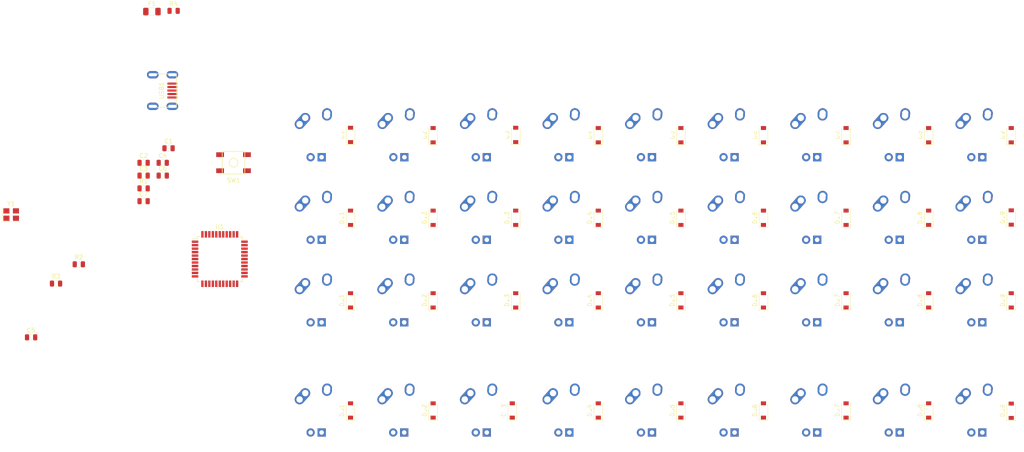
<source format=kicad_pcb>
(kicad_pcb (version 20171130) (host pcbnew "(5.1.4)-1")
  (layers (0 F.Cu signal) (31 B.Cu signal) (34 B.Paste user) (35 F.Paste user) (36 B.SilkS user) (37 F.SilkS user) (38 B.Mask user) (39 F.Mask user) (44 Edge.Cuts user))
  (net 0 "")
  (net 1 GND)
  (net 2 "Net-(C1-Pad1)")
  (net 3 "Net-(C2-Pad1)")
  (net 4 "Net-(C3-Pad1)")
  (net 5 +5V)
  (net 6 "Net-(D1-Pad2)")
  (net 7 Col0)
  (net 8 "Net-(D2-Pad2)")
  (net 9 "Net-(D3-Pad2)")
  (net 10 "Net-(D4-Pad2)")
  (net 11 "Net-(D5-Pad2)")
  (net 12 "Net-(D6-Pad2)")
  (net 13 "Net-(D7-Pad2)")
  (net 14 "Net-(D8-Pad2)")
  (net 15 "Net-(D9-Pad2)")
  (net 16 "Net-(D11-Pad2)")
  (net 17 "Net-(D12-Pad2)")
  (net 18 "Net-(D13-Pad2)")
  (net 19 "Net-(D14-Pad2)")
  (net 20 "Net-(D15-Pad2)")
  (net 21 "Net-(D16-Pad2)")
  (net 22 "Net-(D17-Pad2)")
  (net 23 "Net-(D18-Pad2)")
  (net 24 "Net-(D19-Pad2)")
  (net 25 "Net-(D21-Pad2)")
  (net 26 "Net-(D22-Pad2)")
  (net 27 "Net-(D23-Pad2)")
  (net 28 "Net-(D24-Pad2)")
  (net 29 "Net-(D25-Pad2)")
  (net 30 "Net-(D26-Pad2)")
  (net 31 "Net-(D27-Pad2)")
  (net 32 "Net-(D28-Pad2)")
  (net 33 "Net-(D29-Pad2)")
  (net 34 "Net-(D31-Pad2)")
  (net 35 "Net-(D32-Pad2)")
  (net 36 "Net-(D33-Pad2)")
  (net 37 "Net-(D34-Pad2)")
  (net 38 "Net-(D35-Pad2)")
  (net 39 "Net-(D36-Pad2)")
  (net 40 "Net-(D37-Pad2)")
  (net 41 "Net-(D38-Pad2)")
  (net 42 "Net-(D39-Pad2)")
  (net 43 VCC)
  (net 44 "Net-(R1-Pad2)")
  (net 45 D+)
  (net 46 "Net-(R2-Pad1)")
  (net 47 D-)
  (net 48 "Net-(R3-Pad1)")
  (net 49 "Net-(R4-Pad2)")
  (net 50 "Net-(U1-Pad24)")
  (net 51 "Net-(U1-Pad15)")
  (net 52 "Net-(U1-Pad42)")
  (net 53 "Net-(U1-Pad41)")
  (net 54 "Net-(U1-Pad40)")
  (net 55 "Net-(U1-Pad39)")
  (net 56 "Net-(U1-Pad38)")
  (net 57 "Net-(U1-Pad37)")
  (net 58 "Net-(U1-Pad36)")
  (net 59 "Net-(U1-Pad32)")
  (net 60 "Net-(U1-Pad31)")
  (net 61 "Net-(U1-Pad30)")
  (net 62 "Net-(U1-Pad29)")
  (net 63 "Net-(U1-Pad28)")
  (net 64 "Net-(U1-Pad27)")
  (net 65 "Net-(U1-Pad26)")
  (net 66 "Net-(U1-Pad25)")
  (net 67 "Net-(U1-Pad22)")
  (net 68 "Net-(U1-Pad21)")
  (net 69 "Net-(U1-Pad20)")
  (net 70 "Net-(U1-Pad19)")
  (net 71 "Net-(U1-Pad18)")
  (net 72 "Net-(U1-Pad12)")
  (net 73 "Net-(U1-Pad11)")
  (net 74 "Net-(U1-Pad10)")
  (net 75 "Net-(U1-Pad9)")
  (net 76 "Net-(U1-Pad8)")
  (net 77 "Net-(U1-Pad1)")
  (net 78 "Net-(USB1-Pad6)")
  (net 79 "Net-(USB1-Pad2)")
  (module Diode_SMD:D_SOD-123 (layer F.Cu) (at 166.6875 44.45 90)
    (fp_text reference D18 (at 0 -2 90) (layer F.SilkS))
    (fp_text value SOD-123)
    (pad 2 smd rect (at 1.65 0 90) (size 0.9 1.2) (layers F.Cu F.Paste F.Mask) (net 23 "Net-(D18-Pad2)"))
    (pad 1 smd rect (at -1.65 0 90) (size 0.9 1.2) (layers F.Cu F.Paste F.Mask) (net 7 Col0))
  )
  (module Crystal:Crystal_SMD_3225-4Pin_3.2x2.5mm (layer F.Cu) (at -44.9375 43.7125)
    (fp_text reference Y1 (at 0 -2.45) (layer F.SilkS))
    (fp_text value 16MHz)
    (pad 4 smd rect (at -1.1 -0.85) (size 1.4 1.2) (layers F.Cu F.Paste F.Mask) (net 1 GND))
    (pad 3 smd rect (at 1.1 -0.85) (size 1.4 1.2) (layers F.Cu F.Paste F.Mask) (net 3 "Net-(C2-Pad1)"))
    (pad 2 smd rect (at 1.1 0.85) (size 1.4 1.2) (layers F.Cu F.Paste F.Mask) (net 1 GND))
    (pad 1 smd rect (at -1.1 0.85) (size 1.4 1.2) (layers F.Cu F.Paste F.Mask) (net 2 "Net-(C1-Pad1)"))
  )
  (module random-keyboard-parts:Molex-0548190589 (layer F.Cu) (at -12.268749 15.103251)
    (fp_text reference USB1 (at 2.032 0 90) (layer F.SilkS))
    (fp_text value Molex-0548190589)
    (pad 6 thru_hole oval (at 0 -3.65) (size 2.7 1.7) (drill oval 1.9 0.7) (layers *.Cu *.Mask) (net 78 "Net-(USB1-Pad6)"))
    (pad 6 thru_hole oval (at 0 3.65) (size 2.7 1.7) (drill oval 1.9 0.7) (layers *.Cu *.Mask) (net 78 "Net-(USB1-Pad6)"))
    (pad 6 thru_hole oval (at 4.5 3.65) (size 2.7 1.7) (drill oval 1.9 0.7) (layers *.Cu *.Mask) (net 78 "Net-(USB1-Pad6)"))
    (pad 6 thru_hole oval (at 4.5 -3.65) (size 2.7 1.7) (drill oval 1.9 0.7) (layers *.Cu *.Mask) (net 78 "Net-(USB1-Pad6)"))
    (pad 5 smd rect (at 4.5 -1.6) (size 2.25 0.5) (layers F.Cu F.Paste F.Mask) (net 43 VCC))
    (pad 4 smd rect (at 4.5 -0.8) (size 2.25 0.5) (layers F.Cu F.Paste F.Mask) (net 47 D-))
    (pad 3 smd rect (at 4.5 0) (size 2.25 0.5) (layers F.Cu F.Paste F.Mask) (net 45 D+))
    (pad 2 smd rect (at 4.5 0.8) (size 2.25 0.5) (layers F.Cu F.Paste F.Mask) (net 79 "Net-(USB1-Pad2)"))
    (pad 1 smd rect (at 4.5 1.6) (size 2.25 0.5) (layers F.Cu F.Paste F.Mask) (net 1 GND))
  )
  (module Package_QFP:TQFP-44_10x10mm_P0.8mm (layer F.Cu) (at 3.175 53.975)
    (fp_text reference U1 (at 0 -7.45) (layer F.SilkS))
    (fp_text value ATmega32U4-AU)
    (pad 44 smd rect (at -4 -5.7 90) (size 1.5 0.55) (layers F.Cu F.Paste F.Mask) (net 50 "Net-(U1-Pad24)"))
    (pad 43 smd rect (at -3.2 -5.7 90) (size 1.5 0.55) (layers F.Cu F.Paste F.Mask) (net 51 "Net-(U1-Pad15)"))
    (pad 42 smd rect (at -2.4 -5.7 90) (size 1.5 0.55) (layers F.Cu F.Paste F.Mask) (net 52 "Net-(U1-Pad42)"))
    (pad 41 smd rect (at -1.6 -5.7 90) (size 1.5 0.55) (layers F.Cu F.Paste F.Mask) (net 53 "Net-(U1-Pad41)"))
    (pad 40 smd rect (at -0.8 -5.7 90) (size 1.5 0.55) (layers F.Cu F.Paste F.Mask) (net 54 "Net-(U1-Pad40)"))
    (pad 39 smd rect (at 0 -5.7 90) (size 1.5 0.55) (layers F.Cu F.Paste F.Mask) (net 55 "Net-(U1-Pad39)"))
    (pad 38 smd rect (at 0.8 -5.7 90) (size 1.5 0.55) (layers F.Cu F.Paste F.Mask) (net 56 "Net-(U1-Pad38)"))
    (pad 37 smd rect (at 1.6 -5.7 90) (size 1.5 0.55) (layers F.Cu F.Paste F.Mask) (net 57 "Net-(U1-Pad37)"))
    (pad 36 smd rect (at 2.4 -5.7 90) (size 1.5 0.55) (layers F.Cu F.Paste F.Mask) (net 58 "Net-(U1-Pad36)"))
    (pad 35 smd rect (at 3.2 -5.7 90) (size 1.5 0.55) (layers F.Cu F.Paste F.Mask) (net 51 "Net-(U1-Pad15)"))
    (pad 34 smd rect (at 4 -5.7 90) (size 1.5 0.55) (layers F.Cu F.Paste F.Mask) (net 5 +5V))
    (pad 33 smd rect (at 5.7 -4) (size 1.5 0.55) (layers F.Cu F.Paste F.Mask) (net 49 "Net-(R4-Pad2)"))
    (pad 32 smd rect (at 5.7 -3.2) (size 1.5 0.55) (layers F.Cu F.Paste F.Mask) (net 59 "Net-(U1-Pad32)"))
    (pad 31 smd rect (at 5.7 -2.4) (size 1.5 0.55) (layers F.Cu F.Paste F.Mask) (net 60 "Net-(U1-Pad31)"))
    (pad 30 smd rect (at 5.7 -1.6) (size 1.5 0.55) (layers F.Cu F.Paste F.Mask) (net 61 "Net-(U1-Pad30)"))
    (pad 29 smd rect (at 5.7 -0.8) (size 1.5 0.55) (layers F.Cu F.Paste F.Mask) (net 62 "Net-(U1-Pad29)"))
    (pad 28 smd rect (at 5.7 0) (size 1.5 0.55) (layers F.Cu F.Paste F.Mask) (net 63 "Net-(U1-Pad28)"))
    (pad 27 smd rect (at 5.7 0.8) (size 1.5 0.55) (layers F.Cu F.Paste F.Mask) (net 64 "Net-(U1-Pad27)"))
    (pad 26 smd rect (at 5.7 1.6) (size 1.5 0.55) (layers F.Cu F.Paste F.Mask) (net 65 "Net-(U1-Pad26)"))
    (pad 25 smd rect (at 5.7 2.4) (size 1.5 0.55) (layers F.Cu F.Paste F.Mask) (net 66 "Net-(U1-Pad25)"))
    (pad 24 smd rect (at 5.7 3.2) (size 1.5 0.55) (layers F.Cu F.Paste F.Mask) (net 50 "Net-(U1-Pad24)"))
    (pad 23 smd rect (at 5.7 4) (size 1.5 0.55) (layers F.Cu F.Paste F.Mask) (net 51 "Net-(U1-Pad15)"))
    (pad 22 smd rect (at 4 5.7 90) (size 1.5 0.55) (layers F.Cu F.Paste F.Mask) (net 67 "Net-(U1-Pad22)"))
    (pad 21 smd rect (at 3.2 5.7 90) (size 1.5 0.55) (layers F.Cu F.Paste F.Mask) (net 68 "Net-(U1-Pad21)"))
    (pad 20 smd rect (at 2.4 5.7 90) (size 1.5 0.55) (layers F.Cu F.Paste F.Mask) (net 69 "Net-(U1-Pad20)"))
    (pad 19 smd rect (at 1.6 5.7 90) (size 1.5 0.55) (layers F.Cu F.Paste F.Mask) (net 70 "Net-(U1-Pad19)"))
    (pad 18 smd rect (at 0.8 5.7 90) (size 1.5 0.55) (layers F.Cu F.Paste F.Mask) (net 71 "Net-(U1-Pad18)"))
    (pad 17 smd rect (at 0 5.7 90) (size 1.5 0.55) (layers F.Cu F.Paste F.Mask) (net 2 "Net-(C1-Pad1)"))
    (pad 16 smd rect (at -0.8 5.7 90) (size 1.5 0.55) (layers F.Cu F.Paste F.Mask) (net 3 "Net-(C2-Pad1)"))
    (pad 15 smd rect (at -1.6 5.7 90) (size 1.5 0.55) (layers F.Cu F.Paste F.Mask) (net 51 "Net-(U1-Pad15)"))
    (pad 14 smd rect (at -2.4 5.7 90) (size 1.5 0.55) (layers F.Cu F.Paste F.Mask) (net 5 +5V))
    (pad 13 smd rect (at -3.2 5.7 90) (size 1.5 0.55) (layers F.Cu F.Paste F.Mask) (net 44 "Net-(R1-Pad2)"))
    (pad 12 smd rect (at -4 5.7 90) (size 1.5 0.55) (layers F.Cu F.Paste F.Mask) (net 72 "Net-(U1-Pad12)"))
    (pad 11 smd rect (at -5.7 4) (size 1.5 0.55) (layers F.Cu F.Paste F.Mask) (net 73 "Net-(U1-Pad11)"))
    (pad 10 smd rect (at -5.7 3.2) (size 1.5 0.55) (layers F.Cu F.Paste F.Mask) (net 74 "Net-(U1-Pad10)"))
    (pad 9 smd rect (at -5.7 2.4) (size 1.5 0.55) (layers F.Cu F.Paste F.Mask) (net 75 "Net-(U1-Pad9)"))
    (pad 8 smd rect (at -5.7 1.6) (size 1.5 0.55) (layers F.Cu F.Paste F.Mask) (net 76 "Net-(U1-Pad8)"))
    (pad 7 smd rect (at -5.7 0.8) (size 1.5 0.55) (layers F.Cu F.Paste F.Mask) (net 5 +5V))
    (pad 6 smd rect (at -5.7 0) (size 1.5 0.55) (layers F.Cu F.Paste F.Mask) (net 4 "Net-(C3-Pad1)"))
    (pad 5 smd rect (at -5.7 -0.8) (size 1.5 0.55) (layers F.Cu F.Paste F.Mask) (net 1 GND))
    (pad 4 smd rect (at -5.7 -1.6) (size 1.5 0.55) (layers F.Cu F.Paste F.Mask) (net 46 "Net-(R2-Pad1)"))
    (pad 3 smd rect (at -5.7 -2.4) (size 1.5 0.55) (layers F.Cu F.Paste F.Mask) (net 48 "Net-(R3-Pad1)"))
    (pad 2 smd rect (at -5.7 -3.2) (size 1.5 0.55) (layers F.Cu F.Paste F.Mask) (net 5 +5V))
    (pad 1 smd rect (at -5.7 -4) (size 1.5 0.55) (layers F.Cu F.Paste F.Mask) (net 77 "Net-(U1-Pad1)"))
  )
  (module random-keyboard-parts:SKQG-1155865 (layer F.Cu) (at 6.35 31.75)
    (fp_text reference SW1 (at 0 4.064) (layer F.SilkS))
    (fp_text value SW_Push)
    (pad 4 smd rect (at -3.1 1.85) (size 1.8 1.1) (layers F.Cu F.Paste F.Mask))
    (pad 3 smd rect (at 3.1 -1.85) (size 1.8 1.1) (layers F.Cu F.Paste F.Mask))
    (pad 2 smd rect (at -3.1 -1.85) (size 1.8 1.1) (layers F.Cu F.Paste F.Mask) (net 44 "Net-(R1-Pad2)"))
    (pad 1 smd rect (at 3.1 1.85) (size 1.8 1.1) (layers F.Cu F.Paste F.Mask) (net 1 GND))
  )
  (module Resistor_SMD:R_0805_2012Metric (layer F.Cu) (at -7.466249 -3.281249)
    (fp_text reference R4 (at 0 -1.65) (layer F.SilkS))
    (fp_text value 10k)
    (pad 2 smd roundrect (at 0.9375 0) (size 0.975 1.4) (layers F.Cu F.Paste F.Mask) (net 49 "Net-(R4-Pad2)"))
    (pad 1 smd roundrect (at -0.9375 0) (size 0.975 1.4) (layers F.Cu F.Paste F.Mask) (net 1 GND))
  )
  (module Resistor_SMD:R_0805_2012Metric (layer F.Cu) (at -34.588749 59.631251)
    (fp_text reference R3 (at 0 -1.65) (layer F.SilkS))
    (fp_text value 22)
    (pad 2 smd roundrect (at 0.9375 0) (size 0.975 1.4) (layers F.Cu F.Paste F.Mask) (net 47 D-))
    (pad 1 smd roundrect (at -0.9375 0) (size 0.975 1.4) (layers F.Cu F.Paste F.Mask) (net 48 "Net-(R3-Pad1)"))
  )
  (module Resistor_SMD:R_0805_2012Metric (layer F.Cu) (at -29.338749 55.181251)
    (fp_text reference R2 (at 0 -1.65) (layer F.SilkS))
    (fp_text value 22)
    (pad 2 smd roundrect (at 0.9375 0) (size 0.975 1.4) (layers F.Cu F.Paste F.Mask) (net 45 D+))
    (pad 1 smd roundrect (at -0.9375 0) (size 0.975 1.4) (layers F.Cu F.Paste F.Mask) (net 46 "Net-(R2-Pad1)"))
  )
  (module Resistor_SMD:R_0805_2012Metric (layer F.Cu) (at -14.388749 37.671251)
    (fp_text reference R1 (at 0 -1.65) (layer F.SilkS))
    (fp_text value 10k)
    (pad 2 smd roundrect (at 0.9375 0) (size 0.975 1.4) (layers F.Cu F.Paste F.Mask) (net 44 "Net-(R1-Pad2)"))
    (pad 1 smd roundrect (at -0.9375 0) (size 0.975 1.4) (layers F.Cu F.Paste F.Mask) (net 5 +5V))
  )
  (module MX_Alps_Hybrid:MX-1U (layer F.Cu) (at 177.8 88.9)
    (fp_text reference MX39)
    (fp_text value MX-NoLED)
    (pad "" np_thru_hole circle (at 5.08 0 48.0996) (size 1.75 1.75) (drill 1.75) (layers *.Cu *.Mask))
    (pad "" np_thru_hole circle (at -5.08 0 48.0996) (size 1.75 1.75) (drill 1.75) (layers *.Cu *.Mask))
    (pad 4 thru_hole rect (at 1.27 5.08) (size 1.905 1.905) (drill 1.04) (layers *.Cu B.Mask))
    (pad 3 thru_hole circle (at -1.27 5.08) (size 1.905 1.905) (drill 1.04) (layers *.Cu B.Mask))
    (pad 1 thru_hole circle (at -2.5 -4) (size 2.25 2.25) (drill 1.47) (layers *.Cu B.Mask) (net 7 Col0))
    (pad "" np_thru_hole circle (at 0 0) (size 3.9878 3.9878) (drill 3.9878) (layers *.Cu *.Mask))
    (pad 1 thru_hole oval (at -3.81 -2.54 48.0996) (size 4.211556 2.25) (drill 1.47 (offset 0.980778 0)) (layers *.Cu B.Mask) (net 7 Col0))
    (pad 2 thru_hole circle (at 2.54 -5.08) (size 2.25 2.25) (drill 1.47) (layers *.Cu B.Mask) (net 42 "Net-(D39-Pad2)"))
    (pad 2 thru_hole oval (at 2.5 -4.5 86.0548) (size 2.831378 2.25) (drill 1.47 (offset 0.290689 0)) (layers *.Cu B.Mask) (net 42 "Net-(D39-Pad2)"))
  )
  (module MX_Alps_Hybrid:MX-1U (layer F.Cu) (at 158.75 88.9)
    (fp_text reference MX38)
    (fp_text value MX-NoLED)
    (pad "" np_thru_hole circle (at 5.08 0 48.0996) (size 1.75 1.75) (drill 1.75) (layers *.Cu *.Mask))
    (pad "" np_thru_hole circle (at -5.08 0 48.0996) (size 1.75 1.75) (drill 1.75) (layers *.Cu *.Mask))
    (pad 4 thru_hole rect (at 1.27 5.08) (size 1.905 1.905) (drill 1.04) (layers *.Cu B.Mask))
    (pad 3 thru_hole circle (at -1.27 5.08) (size 1.905 1.905) (drill 1.04) (layers *.Cu B.Mask))
    (pad 1 thru_hole circle (at -2.5 -4) (size 2.25 2.25) (drill 1.47) (layers *.Cu B.Mask) (net 7 Col0))
    (pad "" np_thru_hole circle (at 0 0) (size 3.9878 3.9878) (drill 3.9878) (layers *.Cu *.Mask))
    (pad 1 thru_hole oval (at -3.81 -2.54 48.0996) (size 4.211556 2.25) (drill 1.47 (offset 0.980778 0)) (layers *.Cu B.Mask) (net 7 Col0))
    (pad 2 thru_hole circle (at 2.54 -5.08) (size 2.25 2.25) (drill 1.47) (layers *.Cu B.Mask) (net 41 "Net-(D38-Pad2)"))
    (pad 2 thru_hole oval (at 2.5 -4.5 86.0548) (size 2.831378 2.25) (drill 1.47 (offset 0.290689 0)) (layers *.Cu B.Mask) (net 41 "Net-(D38-Pad2)"))
  )
  (module MX_Alps_Hybrid:MX-1U (layer F.Cu) (at 139.7 88.9)
    (fp_text reference MX37)
    (fp_text value MX-NoLED)
    (pad "" np_thru_hole circle (at 5.08 0 48.0996) (size 1.75 1.75) (drill 1.75) (layers *.Cu *.Mask))
    (pad "" np_thru_hole circle (at -5.08 0 48.0996) (size 1.75 1.75) (drill 1.75) (layers *.Cu *.Mask))
    (pad 4 thru_hole rect (at 1.27 5.08) (size 1.905 1.905) (drill 1.04) (layers *.Cu B.Mask))
    (pad 3 thru_hole circle (at -1.27 5.08) (size 1.905 1.905) (drill 1.04) (layers *.Cu B.Mask))
    (pad 1 thru_hole circle (at -2.5 -4) (size 2.25 2.25) (drill 1.47) (layers *.Cu B.Mask) (net 7 Col0))
    (pad "" np_thru_hole circle (at 0 0) (size 3.9878 3.9878) (drill 3.9878) (layers *.Cu *.Mask))
    (pad 1 thru_hole oval (at -3.81 -2.54 48.0996) (size 4.211556 2.25) (drill 1.47 (offset 0.980778 0)) (layers *.Cu B.Mask) (net 7 Col0))
    (pad 2 thru_hole circle (at 2.54 -5.08) (size 2.25 2.25) (drill 1.47) (layers *.Cu B.Mask) (net 40 "Net-(D37-Pad2)"))
    (pad 2 thru_hole oval (at 2.5 -4.5 86.0548) (size 2.831378 2.25) (drill 1.47 (offset 0.290689 0)) (layers *.Cu B.Mask) (net 40 "Net-(D37-Pad2)"))
  )
  (module MX_Alps_Hybrid:MX-1U (layer F.Cu) (at 120.65 88.9)
    (fp_text reference MX36)
    (fp_text value MX-NoLED)
    (pad "" np_thru_hole circle (at 5.08 0 48.0996) (size 1.75 1.75) (drill 1.75) (layers *.Cu *.Mask))
    (pad "" np_thru_hole circle (at -5.08 0 48.0996) (size 1.75 1.75) (drill 1.75) (layers *.Cu *.Mask))
    (pad 4 thru_hole rect (at 1.27 5.08) (size 1.905 1.905) (drill 1.04) (layers *.Cu B.Mask))
    (pad 3 thru_hole circle (at -1.27 5.08) (size 1.905 1.905) (drill 1.04) (layers *.Cu B.Mask))
    (pad 1 thru_hole circle (at -2.5 -4) (size 2.25 2.25) (drill 1.47) (layers *.Cu B.Mask) (net 7 Col0))
    (pad "" np_thru_hole circle (at 0 0) (size 3.9878 3.9878) (drill 3.9878) (layers *.Cu *.Mask))
    (pad 1 thru_hole oval (at -3.81 -2.54 48.0996) (size 4.211556 2.25) (drill 1.47 (offset 0.980778 0)) (layers *.Cu B.Mask) (net 7 Col0))
    (pad 2 thru_hole circle (at 2.54 -5.08) (size 2.25 2.25) (drill 1.47) (layers *.Cu B.Mask) (net 39 "Net-(D36-Pad2)"))
    (pad 2 thru_hole oval (at 2.5 -4.5 86.0548) (size 2.831378 2.25) (drill 1.47 (offset 0.290689 0)) (layers *.Cu B.Mask) (net 39 "Net-(D36-Pad2)"))
  )
  (module MX_Alps_Hybrid:MX-1U (layer F.Cu) (at 101.6 88.9)
    (fp_text reference MX35)
    (fp_text value MX-NoLED)
    (pad "" np_thru_hole circle (at 5.08 0 48.0996) (size 1.75 1.75) (drill 1.75) (layers *.Cu *.Mask))
    (pad "" np_thru_hole circle (at -5.08 0 48.0996) (size 1.75 1.75) (drill 1.75) (layers *.Cu *.Mask))
    (pad 4 thru_hole rect (at 1.27 5.08) (size 1.905 1.905) (drill 1.04) (layers *.Cu B.Mask))
    (pad 3 thru_hole circle (at -1.27 5.08) (size 1.905 1.905) (drill 1.04) (layers *.Cu B.Mask))
    (pad 1 thru_hole circle (at -2.5 -4) (size 2.25 2.25) (drill 1.47) (layers *.Cu B.Mask) (net 7 Col0))
    (pad "" np_thru_hole circle (at 0 0) (size 3.9878 3.9878) (drill 3.9878) (layers *.Cu *.Mask))
    (pad 1 thru_hole oval (at -3.81 -2.54 48.0996) (size 4.211556 2.25) (drill 1.47 (offset 0.980778 0)) (layers *.Cu B.Mask) (net 7 Col0))
    (pad 2 thru_hole circle (at 2.54 -5.08) (size 2.25 2.25) (drill 1.47) (layers *.Cu B.Mask) (net 38 "Net-(D35-Pad2)"))
    (pad 2 thru_hole oval (at 2.5 -4.5 86.0548) (size 2.831378 2.25) (drill 1.47 (offset 0.290689 0)) (layers *.Cu B.Mask) (net 38 "Net-(D35-Pad2)"))
  )
  (module MX_Alps_Hybrid:MX-1U (layer F.Cu) (at 82.55 88.9)
    (fp_text reference MX34)
    (fp_text value MX-NoLED)
    (pad "" np_thru_hole circle (at 5.08 0 48.0996) (size 1.75 1.75) (drill 1.75) (layers *.Cu *.Mask))
    (pad "" np_thru_hole circle (at -5.08 0 48.0996) (size 1.75 1.75) (drill 1.75) (layers *.Cu *.Mask))
    (pad 4 thru_hole rect (at 1.27 5.08) (size 1.905 1.905) (drill 1.04) (layers *.Cu B.Mask))
    (pad 3 thru_hole circle (at -1.27 5.08) (size 1.905 1.905) (drill 1.04) (layers *.Cu B.Mask))
    (pad 1 thru_hole circle (at -2.5 -4) (size 2.25 2.25) (drill 1.47) (layers *.Cu B.Mask) (net 7 Col0))
    (pad "" np_thru_hole circle (at 0 0) (size 3.9878 3.9878) (drill 3.9878) (layers *.Cu *.Mask))
    (pad 1 thru_hole oval (at -3.81 -2.54 48.0996) (size 4.211556 2.25) (drill 1.47 (offset 0.980778 0)) (layers *.Cu B.Mask) (net 7 Col0))
    (pad 2 thru_hole circle (at 2.54 -5.08) (size 2.25 2.25) (drill 1.47) (layers *.Cu B.Mask) (net 37 "Net-(D34-Pad2)"))
    (pad 2 thru_hole oval (at 2.5 -4.5 86.0548) (size 2.831378 2.25) (drill 1.47 (offset 0.290689 0)) (layers *.Cu B.Mask) (net 37 "Net-(D34-Pad2)"))
  )
  (module MX_Alps_Hybrid:MX-1U (layer F.Cu) (at 63.5 88.9)
    (fp_text reference MX33)
    (fp_text value MX-NoLED)
    (pad "" np_thru_hole circle (at 5.08 0 48.0996) (size 1.75 1.75) (drill 1.75) (layers *.Cu *.Mask))
    (pad "" np_thru_hole circle (at -5.08 0 48.0996) (size 1.75 1.75) (drill 1.75) (layers *.Cu *.Mask))
    (pad 4 thru_hole rect (at 1.27 5.08) (size 1.905 1.905) (drill 1.04) (layers *.Cu B.Mask))
    (pad 3 thru_hole circle (at -1.27 5.08) (size 1.905 1.905) (drill 1.04) (layers *.Cu B.Mask))
    (pad 1 thru_hole circle (at -2.5 -4) (size 2.25 2.25) (drill 1.47) (layers *.Cu B.Mask) (net 7 Col0))
    (pad "" np_thru_hole circle (at 0 0) (size 3.9878 3.9878) (drill 3.9878) (layers *.Cu *.Mask))
    (pad 1 thru_hole oval (at -3.81 -2.54 48.0996) (size 4.211556 2.25) (drill 1.47 (offset 0.980778 0)) (layers *.Cu B.Mask) (net 7 Col0))
    (pad 2 thru_hole circle (at 2.54 -5.08) (size 2.25 2.25) (drill 1.47) (layers *.Cu B.Mask) (net 36 "Net-(D33-Pad2)"))
    (pad 2 thru_hole oval (at 2.5 -4.5 86.0548) (size 2.831378 2.25) (drill 1.47 (offset 0.290689 0)) (layers *.Cu B.Mask) (net 36 "Net-(D33-Pad2)"))
  )
  (module MX_Alps_Hybrid:MX-1U (layer F.Cu) (at 44.45 88.9)
    (fp_text reference MX32)
    (fp_text value MX-NoLED)
    (pad "" np_thru_hole circle (at 5.08 0 48.0996) (size 1.75 1.75) (drill 1.75) (layers *.Cu *.Mask))
    (pad "" np_thru_hole circle (at -5.08 0 48.0996) (size 1.75 1.75) (drill 1.75) (layers *.Cu *.Mask))
    (pad 4 thru_hole rect (at 1.27 5.08) (size 1.905 1.905) (drill 1.04) (layers *.Cu B.Mask))
    (pad 3 thru_hole circle (at -1.27 5.08) (size 1.905 1.905) (drill 1.04) (layers *.Cu B.Mask))
    (pad 1 thru_hole circle (at -2.5 -4) (size 2.25 2.25) (drill 1.47) (layers *.Cu B.Mask) (net 7 Col0))
    (pad "" np_thru_hole circle (at 0 0) (size 3.9878 3.9878) (drill 3.9878) (layers *.Cu *.Mask))
    (pad 1 thru_hole oval (at -3.81 -2.54 48.0996) (size 4.211556 2.25) (drill 1.47 (offset 0.980778 0)) (layers *.Cu B.Mask) (net 7 Col0))
    (pad 2 thru_hole circle (at 2.54 -5.08) (size 2.25 2.25) (drill 1.47) (layers *.Cu B.Mask) (net 35 "Net-(D32-Pad2)"))
    (pad 2 thru_hole oval (at 2.5 -4.5 86.0548) (size 2.831378 2.25) (drill 1.47 (offset 0.290689 0)) (layers *.Cu B.Mask) (net 35 "Net-(D32-Pad2)"))
  )
  (module MX_Alps_Hybrid:MX-1U (layer F.Cu) (at 25.4 88.9)
    (fp_text reference MX31)
    (fp_text value MX-NoLED)
    (pad "" np_thru_hole circle (at 5.08 0 48.0996) (size 1.75 1.75) (drill 1.75) (layers *.Cu *.Mask))
    (pad "" np_thru_hole circle (at -5.08 0 48.0996) (size 1.75 1.75) (drill 1.75) (layers *.Cu *.Mask))
    (pad 4 thru_hole rect (at 1.27 5.08) (size 1.905 1.905) (drill 1.04) (layers *.Cu B.Mask))
    (pad 3 thru_hole circle (at -1.27 5.08) (size 1.905 1.905) (drill 1.04) (layers *.Cu B.Mask))
    (pad 1 thru_hole circle (at -2.5 -4) (size 2.25 2.25) (drill 1.47) (layers *.Cu B.Mask) (net 7 Col0))
    (pad "" np_thru_hole circle (at 0 0) (size 3.9878 3.9878) (drill 3.9878) (layers *.Cu *.Mask))
    (pad 1 thru_hole oval (at -3.81 -2.54 48.0996) (size 4.211556 2.25) (drill 1.47 (offset 0.980778 0)) (layers *.Cu B.Mask) (net 7 Col0))
    (pad 2 thru_hole circle (at 2.54 -5.08) (size 2.25 2.25) (drill 1.47) (layers *.Cu B.Mask) (net 34 "Net-(D31-Pad2)"))
    (pad 2 thru_hole oval (at 2.5 -4.5 86.0548) (size 2.831378 2.25) (drill 1.47 (offset 0.290689 0)) (layers *.Cu B.Mask) (net 34 "Net-(D31-Pad2)"))
  )
  (module MX_Alps_Hybrid:MX-1U (layer F.Cu) (at 177.8 63.5)
    (fp_text reference MX29)
    (fp_text value MX-NoLED)
    (pad "" np_thru_hole circle (at 5.08 0 48.0996) (size 1.75 1.75) (drill 1.75) (layers *.Cu *.Mask))
    (pad "" np_thru_hole circle (at -5.08 0 48.0996) (size 1.75 1.75) (drill 1.75) (layers *.Cu *.Mask))
    (pad 4 thru_hole rect (at 1.27 5.08) (size 1.905 1.905) (drill 1.04) (layers *.Cu B.Mask))
    (pad 3 thru_hole circle (at -1.27 5.08) (size 1.905 1.905) (drill 1.04) (layers *.Cu B.Mask))
    (pad 1 thru_hole circle (at -2.5 -4) (size 2.25 2.25) (drill 1.47) (layers *.Cu B.Mask) (net 7 Col0))
    (pad "" np_thru_hole circle (at 0 0) (size 3.9878 3.9878) (drill 3.9878) (layers *.Cu *.Mask))
    (pad 1 thru_hole oval (at -3.81 -2.54 48.0996) (size 4.211556 2.25) (drill 1.47 (offset 0.980778 0)) (layers *.Cu B.Mask) (net 7 Col0))
    (pad 2 thru_hole circle (at 2.54 -5.08) (size 2.25 2.25) (drill 1.47) (layers *.Cu B.Mask) (net 33 "Net-(D29-Pad2)"))
    (pad 2 thru_hole oval (at 2.5 -4.5 86.0548) (size 2.831378 2.25) (drill 1.47 (offset 0.290689 0)) (layers *.Cu B.Mask) (net 33 "Net-(D29-Pad2)"))
  )
  (module MX_Alps_Hybrid:MX-1U (layer F.Cu) (at 158.75 63.5)
    (fp_text reference MX28)
    (fp_text value MX-NoLED)
    (pad "" np_thru_hole circle (at 5.08 0 48.0996) (size 1.75 1.75) (drill 1.75) (layers *.Cu *.Mask))
    (pad "" np_thru_hole circle (at -5.08 0 48.0996) (size 1.75 1.75) (drill 1.75) (layers *.Cu *.Mask))
    (pad 4 thru_hole rect (at 1.27 5.08) (size 1.905 1.905) (drill 1.04) (layers *.Cu B.Mask))
    (pad 3 thru_hole circle (at -1.27 5.08) (size 1.905 1.905) (drill 1.04) (layers *.Cu B.Mask))
    (pad 1 thru_hole circle (at -2.5 -4) (size 2.25 2.25) (drill 1.47) (layers *.Cu B.Mask) (net 7 Col0))
    (pad "" np_thru_hole circle (at 0 0) (size 3.9878 3.9878) (drill 3.9878) (layers *.Cu *.Mask))
    (pad 1 thru_hole oval (at -3.81 -2.54 48.0996) (size 4.211556 2.25) (drill 1.47 (offset 0.980778 0)) (layers *.Cu B.Mask) (net 7 Col0))
    (pad 2 thru_hole circle (at 2.54 -5.08) (size 2.25 2.25) (drill 1.47) (layers *.Cu B.Mask) (net 32 "Net-(D28-Pad2)"))
    (pad 2 thru_hole oval (at 2.5 -4.5 86.0548) (size 2.831378 2.25) (drill 1.47 (offset 0.290689 0)) (layers *.Cu B.Mask) (net 32 "Net-(D28-Pad2)"))
  )
  (module MX_Alps_Hybrid:MX-1U (layer F.Cu) (at 139.7 63.5)
    (fp_text reference MX27)
    (fp_text value MX-NoLED)
    (pad "" np_thru_hole circle (at 5.08 0 48.0996) (size 1.75 1.75) (drill 1.75) (layers *.Cu *.Mask))
    (pad "" np_thru_hole circle (at -5.08 0 48.0996) (size 1.75 1.75) (drill 1.75) (layers *.Cu *.Mask))
    (pad 4 thru_hole rect (at 1.27 5.08) (size 1.905 1.905) (drill 1.04) (layers *.Cu B.Mask))
    (pad 3 thru_hole circle (at -1.27 5.08) (size 1.905 1.905) (drill 1.04) (layers *.Cu B.Mask))
    (pad 1 thru_hole circle (at -2.5 -4) (size 2.25 2.25) (drill 1.47) (layers *.Cu B.Mask) (net 7 Col0))
    (pad "" np_thru_hole circle (at 0 0) (size 3.9878 3.9878) (drill 3.9878) (layers *.Cu *.Mask))
    (pad 1 thru_hole oval (at -3.81 -2.54 48.0996) (size 4.211556 2.25) (drill 1.47 (offset 0.980778 0)) (layers *.Cu B.Mask) (net 7 Col0))
    (pad 2 thru_hole circle (at 2.54 -5.08) (size 2.25 2.25) (drill 1.47) (layers *.Cu B.Mask) (net 31 "Net-(D27-Pad2)"))
    (pad 2 thru_hole oval (at 2.5 -4.5 86.0548) (size 2.831378 2.25) (drill 1.47 (offset 0.290689 0)) (layers *.Cu B.Mask) (net 31 "Net-(D27-Pad2)"))
  )
  (module MX_Alps_Hybrid:MX-1U (layer F.Cu) (at 120.65 63.5)
    (fp_text reference MX26)
    (fp_text value MX-NoLED)
    (pad "" np_thru_hole circle (at 5.08 0 48.0996) (size 1.75 1.75) (drill 1.75) (layers *.Cu *.Mask))
    (pad "" np_thru_hole circle (at -5.08 0 48.0996) (size 1.75 1.75) (drill 1.75) (layers *.Cu *.Mask))
    (pad 4 thru_hole rect (at 1.27 5.08) (size 1.905 1.905) (drill 1.04) (layers *.Cu B.Mask))
    (pad 3 thru_hole circle (at -1.27 5.08) (size 1.905 1.905) (drill 1.04) (layers *.Cu B.Mask))
    (pad 1 thru_hole circle (at -2.5 -4) (size 2.25 2.25) (drill 1.47) (layers *.Cu B.Mask) (net 7 Col0))
    (pad "" np_thru_hole circle (at 0 0) (size 3.9878 3.9878) (drill 3.9878) (layers *.Cu *.Mask))
    (pad 1 thru_hole oval (at -3.81 -2.54 48.0996) (size 4.211556 2.25) (drill 1.47 (offset 0.980778 0)) (layers *.Cu B.Mask) (net 7 Col0))
    (pad 2 thru_hole circle (at 2.54 -5.08) (size 2.25 2.25) (drill 1.47) (layers *.Cu B.Mask) (net 30 "Net-(D26-Pad2)"))
    (pad 2 thru_hole oval (at 2.5 -4.5 86.0548) (size 2.831378 2.25) (drill 1.47 (offset 0.290689 0)) (layers *.Cu B.Mask) (net 30 "Net-(D26-Pad2)"))
  )
  (module MX_Alps_Hybrid:MX-1U (layer F.Cu) (at 101.6 63.5)
    (fp_text reference MX25)
    (fp_text value MX-NoLED)
    (pad "" np_thru_hole circle (at 5.08 0 48.0996) (size 1.75 1.75) (drill 1.75) (layers *.Cu *.Mask))
    (pad "" np_thru_hole circle (at -5.08 0 48.0996) (size 1.75 1.75) (drill 1.75) (layers *.Cu *.Mask))
    (pad 4 thru_hole rect (at 1.27 5.08) (size 1.905 1.905) (drill 1.04) (layers *.Cu B.Mask))
    (pad 3 thru_hole circle (at -1.27 5.08) (size 1.905 1.905) (drill 1.04) (layers *.Cu B.Mask))
    (pad 1 thru_hole circle (at -2.5 -4) (size 2.25 2.25) (drill 1.47) (layers *.Cu B.Mask) (net 7 Col0))
    (pad "" np_thru_hole circle (at 0 0) (size 3.9878 3.9878) (drill 3.9878) (layers *.Cu *.Mask))
    (pad 1 thru_hole oval (at -3.81 -2.54 48.0996) (size 4.211556 2.25) (drill 1.47 (offset 0.980778 0)) (layers *.Cu B.Mask) (net 7 Col0))
    (pad 2 thru_hole circle (at 2.54 -5.08) (size 2.25 2.25) (drill 1.47) (layers *.Cu B.Mask) (net 29 "Net-(D25-Pad2)"))
    (pad 2 thru_hole oval (at 2.5 -4.5 86.0548) (size 2.831378 2.25) (drill 1.47 (offset 0.290689 0)) (layers *.Cu B.Mask) (net 29 "Net-(D25-Pad2)"))
  )
  (module MX_Alps_Hybrid:MX-1U (layer F.Cu) (at 82.55 63.5)
    (fp_text reference MX24)
    (fp_text value MX-NoLED)
    (pad "" np_thru_hole circle (at 5.08 0 48.0996) (size 1.75 1.75) (drill 1.75) (layers *.Cu *.Mask))
    (pad "" np_thru_hole circle (at -5.08 0 48.0996) (size 1.75 1.75) (drill 1.75) (layers *.Cu *.Mask))
    (pad 4 thru_hole rect (at 1.27 5.08) (size 1.905 1.905) (drill 1.04) (layers *.Cu B.Mask))
    (pad 3 thru_hole circle (at -1.27 5.08) (size 1.905 1.905) (drill 1.04) (layers *.Cu B.Mask))
    (pad 1 thru_hole circle (at -2.5 -4) (size 2.25 2.25) (drill 1.47) (layers *.Cu B.Mask) (net 7 Col0))
    (pad "" np_thru_hole circle (at 0 0) (size 3.9878 3.9878) (drill 3.9878) (layers *.Cu *.Mask))
    (pad 1 thru_hole oval (at -3.81 -2.54 48.0996) (size 4.211556 2.25) (drill 1.47 (offset 0.980778 0)) (layers *.Cu B.Mask) (net 7 Col0))
    (pad 2 thru_hole circle (at 2.54 -5.08) (size 2.25 2.25) (drill 1.47) (layers *.Cu B.Mask) (net 28 "Net-(D24-Pad2)"))
    (pad 2 thru_hole oval (at 2.5 -4.5 86.0548) (size 2.831378 2.25) (drill 1.47 (offset 0.290689 0)) (layers *.Cu B.Mask) (net 28 "Net-(D24-Pad2)"))
  )
  (module MX_Alps_Hybrid:MX-1U (layer F.Cu) (at 63.5 63.5)
    (fp_text reference MX23)
    (fp_text value MX-NoLED)
    (pad "" np_thru_hole circle (at 5.08 0 48.0996) (size 1.75 1.75) (drill 1.75) (layers *.Cu *.Mask))
    (pad "" np_thru_hole circle (at -5.08 0 48.0996) (size 1.75 1.75) (drill 1.75) (layers *.Cu *.Mask))
    (pad 4 thru_hole rect (at 1.27 5.08) (size 1.905 1.905) (drill 1.04) (layers *.Cu B.Mask))
    (pad 3 thru_hole circle (at -1.27 5.08) (size 1.905 1.905) (drill 1.04) (layers *.Cu B.Mask))
    (pad 1 thru_hole circle (at -2.5 -4) (size 2.25 2.25) (drill 1.47) (layers *.Cu B.Mask) (net 7 Col0))
    (pad "" np_thru_hole circle (at 0 0) (size 3.9878 3.9878) (drill 3.9878) (layers *.Cu *.Mask))
    (pad 1 thru_hole oval (at -3.81 -2.54 48.0996) (size 4.211556 2.25) (drill 1.47 (offset 0.980778 0)) (layers *.Cu B.Mask) (net 7 Col0))
    (pad 2 thru_hole circle (at 2.54 -5.08) (size 2.25 2.25) (drill 1.47) (layers *.Cu B.Mask) (net 27 "Net-(D23-Pad2)"))
    (pad 2 thru_hole oval (at 2.5 -4.5 86.0548) (size 2.831378 2.25) (drill 1.47 (offset 0.290689 0)) (layers *.Cu B.Mask) (net 27 "Net-(D23-Pad2)"))
  )
  (module MX_Alps_Hybrid:MX-1U (layer F.Cu) (at 44.45 63.5)
    (fp_text reference MX22)
    (fp_text value MX-NoLED)
    (pad "" np_thru_hole circle (at 5.08 0 48.0996) (size 1.75 1.75) (drill 1.75) (layers *.Cu *.Mask))
    (pad "" np_thru_hole circle (at -5.08 0 48.0996) (size 1.75 1.75) (drill 1.75) (layers *.Cu *.Mask))
    (pad 4 thru_hole rect (at 1.27 5.08) (size 1.905 1.905) (drill 1.04) (layers *.Cu B.Mask))
    (pad 3 thru_hole circle (at -1.27 5.08) (size 1.905 1.905) (drill 1.04) (layers *.Cu B.Mask))
    (pad 1 thru_hole circle (at -2.5 -4) (size 2.25 2.25) (drill 1.47) (layers *.Cu B.Mask) (net 7 Col0))
    (pad "" np_thru_hole circle (at 0 0) (size 3.9878 3.9878) (drill 3.9878) (layers *.Cu *.Mask))
    (pad 1 thru_hole oval (at -3.81 -2.54 48.0996) (size 4.211556 2.25) (drill 1.47 (offset 0.980778 0)) (layers *.Cu B.Mask) (net 7 Col0))
    (pad 2 thru_hole circle (at 2.54 -5.08) (size 2.25 2.25) (drill 1.47) (layers *.Cu B.Mask) (net 26 "Net-(D22-Pad2)"))
    (pad 2 thru_hole oval (at 2.5 -4.5 86.0548) (size 2.831378 2.25) (drill 1.47 (offset 0.290689 0)) (layers *.Cu B.Mask) (net 26 "Net-(D22-Pad2)"))
  )
  (module MX_Alps_Hybrid:MX-1U (layer F.Cu) (at 25.4 63.5)
    (fp_text reference MX21)
    (fp_text value MX-NoLED)
    (pad "" np_thru_hole circle (at 5.08 0 48.0996) (size 1.75 1.75) (drill 1.75) (layers *.Cu *.Mask))
    (pad "" np_thru_hole circle (at -5.08 0 48.0996) (size 1.75 1.75) (drill 1.75) (layers *.Cu *.Mask))
    (pad 4 thru_hole rect (at 1.27 5.08) (size 1.905 1.905) (drill 1.04) (layers *.Cu B.Mask))
    (pad 3 thru_hole circle (at -1.27 5.08) (size 1.905 1.905) (drill 1.04) (layers *.Cu B.Mask))
    (pad 1 thru_hole circle (at -2.5 -4) (size 2.25 2.25) (drill 1.47) (layers *.Cu B.Mask) (net 7 Col0))
    (pad "" np_thru_hole circle (at 0 0) (size 3.9878 3.9878) (drill 3.9878) (layers *.Cu *.Mask))
    (pad 1 thru_hole oval (at -3.81 -2.54 48.0996) (size 4.211556 2.25) (drill 1.47 (offset 0.980778 0)) (layers *.Cu B.Mask) (net 7 Col0))
    (pad 2 thru_hole circle (at 2.54 -5.08) (size 2.25 2.25) (drill 1.47) (layers *.Cu B.Mask) (net 25 "Net-(D21-Pad2)"))
    (pad 2 thru_hole oval (at 2.5 -4.5 86.0548) (size 2.831378 2.25) (drill 1.47 (offset 0.290689 0)) (layers *.Cu B.Mask) (net 25 "Net-(D21-Pad2)"))
  )
  (module MX_Alps_Hybrid:MX-1U (layer F.Cu) (at 177.8 44.45)
    (fp_text reference MX19)
    (fp_text value MX-NoLED)
    (pad "" np_thru_hole circle (at 5.08 0 48.0996) (size 1.75 1.75) (drill 1.75) (layers *.Cu *.Mask))
    (pad "" np_thru_hole circle (at -5.08 0 48.0996) (size 1.75 1.75) (drill 1.75) (layers *.Cu *.Mask))
    (pad 4 thru_hole rect (at 1.27 5.08) (size 1.905 1.905) (drill 1.04) (layers *.Cu B.Mask))
    (pad 3 thru_hole circle (at -1.27 5.08) (size 1.905 1.905) (drill 1.04) (layers *.Cu B.Mask))
    (pad 1 thru_hole circle (at -2.5 -4) (size 2.25 2.25) (drill 1.47) (layers *.Cu B.Mask) (net 7 Col0))
    (pad "" np_thru_hole circle (at 0 0) (size 3.9878 3.9878) (drill 3.9878) (layers *.Cu *.Mask))
    (pad 1 thru_hole oval (at -3.81 -2.54 48.0996) (size 4.211556 2.25) (drill 1.47 (offset 0.980778 0)) (layers *.Cu B.Mask) (net 7 Col0))
    (pad 2 thru_hole circle (at 2.54 -5.08) (size 2.25 2.25) (drill 1.47) (layers *.Cu B.Mask) (net 24 "Net-(D19-Pad2)"))
    (pad 2 thru_hole oval (at 2.5 -4.5 86.0548) (size 2.831378 2.25) (drill 1.47 (offset 0.290689 0)) (layers *.Cu B.Mask) (net 24 "Net-(D19-Pad2)"))
  )
  (module MX_Alps_Hybrid:MX-1U (layer F.Cu) (at 158.75 44.45)
    (fp_text reference MX18)
    (fp_text value MX-NoLED)
    (pad "" np_thru_hole circle (at 5.08 0 48.0996) (size 1.75 1.75) (drill 1.75) (layers *.Cu *.Mask))
    (pad "" np_thru_hole circle (at -5.08 0 48.0996) (size 1.75 1.75) (drill 1.75) (layers *.Cu *.Mask))
    (pad 4 thru_hole rect (at 1.27 5.08) (size 1.905 1.905) (drill 1.04) (layers *.Cu B.Mask))
    (pad 3 thru_hole circle (at -1.27 5.08) (size 1.905 1.905) (drill 1.04) (layers *.Cu B.Mask))
    (pad 1 thru_hole circle (at -2.5 -4) (size 2.25 2.25) (drill 1.47) (layers *.Cu B.Mask) (net 7 Col0))
    (pad "" np_thru_hole circle (at 0 0) (size 3.9878 3.9878) (drill 3.9878) (layers *.Cu *.Mask))
    (pad 1 thru_hole oval (at -3.81 -2.54 48.0996) (size 4.211556 2.25) (drill 1.47 (offset 0.980778 0)) (layers *.Cu B.Mask) (net 7 Col0))
    (pad 2 thru_hole circle (at 2.54 -5.08) (size 2.25 2.25) (drill 1.47) (layers *.Cu B.Mask) (net 23 "Net-(D18-Pad2)"))
    (pad 2 thru_hole oval (at 2.5 -4.5 86.0548) (size 2.831378 2.25) (drill 1.47 (offset 0.290689 0)) (layers *.Cu B.Mask) (net 23 "Net-(D18-Pad2)"))
  )
  (module MX_Alps_Hybrid:MX-1U (layer F.Cu) (at 139.7 44.45)
    (fp_text reference MX17)
    (fp_text value MX-NoLED)
    (pad "" np_thru_hole circle (at 5.08 0 48.0996) (size 1.75 1.75) (drill 1.75) (layers *.Cu *.Mask))
    (pad "" np_thru_hole circle (at -5.08 0 48.0996) (size 1.75 1.75) (drill 1.75) (layers *.Cu *.Mask))
    (pad 4 thru_hole rect (at 1.27 5.08) (size 1.905 1.905) (drill 1.04) (layers *.Cu B.Mask))
    (pad 3 thru_hole circle (at -1.27 5.08) (size 1.905 1.905) (drill 1.04) (layers *.Cu B.Mask))
    (pad 1 thru_hole circle (at -2.5 -4) (size 2.25 2.25) (drill 1.47) (layers *.Cu B.Mask) (net 7 Col0))
    (pad "" np_thru_hole circle (at 0 0) (size 3.9878 3.9878) (drill 3.9878) (layers *.Cu *.Mask))
    (pad 1 thru_hole oval (at -3.81 -2.54 48.0996) (size 4.211556 2.25) (drill 1.47 (offset 0.980778 0)) (layers *.Cu B.Mask) (net 7 Col0))
    (pad 2 thru_hole circle (at 2.54 -5.08) (size 2.25 2.25) (drill 1.47) (layers *.Cu B.Mask) (net 22 "Net-(D17-Pad2)"))
    (pad 2 thru_hole oval (at 2.5 -4.5 86.0548) (size 2.831378 2.25) (drill 1.47 (offset 0.290689 0)) (layers *.Cu B.Mask) (net 22 "Net-(D17-Pad2)"))
  )
  (module MX_Alps_Hybrid:MX-1U (layer F.Cu) (at 120.65 44.45)
    (fp_text reference MX16)
    (fp_text value MX-NoLED)
    (pad "" np_thru_hole circle (at 5.08 0 48.0996) (size 1.75 1.75) (drill 1.75) (layers *.Cu *.Mask))
    (pad "" np_thru_hole circle (at -5.08 0 48.0996) (size 1.75 1.75) (drill 1.75) (layers *.Cu *.Mask))
    (pad 4 thru_hole rect (at 1.27 5.08) (size 1.905 1.905) (drill 1.04) (layers *.Cu B.Mask))
    (pad 3 thru_hole circle (at -1.27 5.08) (size 1.905 1.905) (drill 1.04) (layers *.Cu B.Mask))
    (pad 1 thru_hole circle (at -2.5 -4) (size 2.25 2.25) (drill 1.47) (layers *.Cu B.Mask) (net 7 Col0))
    (pad "" np_thru_hole circle (at 0 0) (size 3.9878 3.9878) (drill 3.9878) (layers *.Cu *.Mask))
    (pad 1 thru_hole oval (at -3.81 -2.54 48.0996) (size 4.211556 2.25) (drill 1.47 (offset 0.980778 0)) (layers *.Cu B.Mask) (net 7 Col0))
    (pad 2 thru_hole circle (at 2.54 -5.08) (size 2.25 2.25) (drill 1.47) (layers *.Cu B.Mask) (net 21 "Net-(D16-Pad2)"))
    (pad 2 thru_hole oval (at 2.5 -4.5 86.0548) (size 2.831378 2.25) (drill 1.47 (offset 0.290689 0)) (layers *.Cu B.Mask) (net 21 "Net-(D16-Pad2)"))
  )
  (module MX_Alps_Hybrid:MX-1U (layer F.Cu) (at 101.6 44.45)
    (fp_text reference MX15)
    (fp_text value MX-NoLED)
    (pad "" np_thru_hole circle (at 5.08 0 48.0996) (size 1.75 1.75) (drill 1.75) (layers *.Cu *.Mask))
    (pad "" np_thru_hole circle (at -5.08 0 48.0996) (size 1.75 1.75) (drill 1.75) (layers *.Cu *.Mask))
    (pad 4 thru_hole rect (at 1.27 5.08) (size 1.905 1.905) (drill 1.04) (layers *.Cu B.Mask))
    (pad 3 thru_hole circle (at -1.27 5.08) (size 1.905 1.905) (drill 1.04) (layers *.Cu B.Mask))
    (pad 1 thru_hole circle (at -2.5 -4) (size 2.25 2.25) (drill 1.47) (layers *.Cu B.Mask) (net 7 Col0))
    (pad "" np_thru_hole circle (at 0 0) (size 3.9878 3.9878) (drill 3.9878) (layers *.Cu *.Mask))
    (pad 1 thru_hole oval (at -3.81 -2.54 48.0996) (size 4.211556 2.25) (drill 1.47 (offset 0.980778 0)) (layers *.Cu B.Mask) (net 7 Col0))
    (pad 2 thru_hole circle (at 2.54 -5.08) (size 2.25 2.25) (drill 1.47) (layers *.Cu B.Mask) (net 20 "Net-(D15-Pad2)"))
    (pad 2 thru_hole oval (at 2.5 -4.5 86.0548) (size 2.831378 2.25) (drill 1.47 (offset 0.290689 0)) (layers *.Cu B.Mask) (net 20 "Net-(D15-Pad2)"))
  )
  (module MX_Alps_Hybrid:MX-1U (layer F.Cu) (at 82.55 44.45)
    (fp_text reference MX14)
    (fp_text value MX-NoLED)
    (pad "" np_thru_hole circle (at 5.08 0 48.0996) (size 1.75 1.75) (drill 1.75) (layers *.Cu *.Mask))
    (pad "" np_thru_hole circle (at -5.08 0 48.0996) (size 1.75 1.75) (drill 1.75) (layers *.Cu *.Mask))
    (pad 4 thru_hole rect (at 1.27 5.08) (size 1.905 1.905) (drill 1.04) (layers *.Cu B.Mask))
    (pad 3 thru_hole circle (at -1.27 5.08) (size 1.905 1.905) (drill 1.04) (layers *.Cu B.Mask))
    (pad 1 thru_hole circle (at -2.5 -4) (size 2.25 2.25) (drill 1.47) (layers *.Cu B.Mask) (net 7 Col0))
    (pad "" np_thru_hole circle (at 0 0) (size 3.9878 3.9878) (drill 3.9878) (layers *.Cu *.Mask))
    (pad 1 thru_hole oval (at -3.81 -2.54 48.0996) (size 4.211556 2.25) (drill 1.47 (offset 0.980778 0)) (layers *.Cu B.Mask) (net 7 Col0))
    (pad 2 thru_hole circle (at 2.54 -5.08) (size 2.25 2.25) (drill 1.47) (layers *.Cu B.Mask) (net 19 "Net-(D14-Pad2)"))
    (pad 2 thru_hole oval (at 2.5 -4.5 86.0548) (size 2.831378 2.25) (drill 1.47 (offset 0.290689 0)) (layers *.Cu B.Mask) (net 19 "Net-(D14-Pad2)"))
  )
  (module MX_Alps_Hybrid:MX-1U (layer F.Cu) (at 63.5 44.45)
    (fp_text reference MX13)
    (fp_text value MX-NoLED)
    (pad "" np_thru_hole circle (at 5.08 0 48.0996) (size 1.75 1.75) (drill 1.75) (layers *.Cu *.Mask))
    (pad "" np_thru_hole circle (at -5.08 0 48.0996) (size 1.75 1.75) (drill 1.75) (layers *.Cu *.Mask))
    (pad 4 thru_hole rect (at 1.27 5.08) (size 1.905 1.905) (drill 1.04) (layers *.Cu B.Mask))
    (pad 3 thru_hole circle (at -1.27 5.08) (size 1.905 1.905) (drill 1.04) (layers *.Cu B.Mask))
    (pad 1 thru_hole circle (at -2.5 -4) (size 2.25 2.25) (drill 1.47) (layers *.Cu B.Mask) (net 7 Col0))
    (pad "" np_thru_hole circle (at 0 0) (size 3.9878 3.9878) (drill 3.9878) (layers *.Cu *.Mask))
    (pad 1 thru_hole oval (at -3.81 -2.54 48.0996) (size 4.211556 2.25) (drill 1.47 (offset 0.980778 0)) (layers *.Cu B.Mask) (net 7 Col0))
    (pad 2 thru_hole circle (at 2.54 -5.08) (size 2.25 2.25) (drill 1.47) (layers *.Cu B.Mask) (net 18 "Net-(D13-Pad2)"))
    (pad 2 thru_hole oval (at 2.5 -4.5 86.0548) (size 2.831378 2.25) (drill 1.47 (offset 0.290689 0)) (layers *.Cu B.Mask) (net 18 "Net-(D13-Pad2)"))
  )
  (module MX_Alps_Hybrid:MX-1U (layer F.Cu) (at 44.45 44.45)
    (fp_text reference MX12)
    (fp_text value MX-NoLED)
    (pad "" np_thru_hole circle (at 5.08 0 48.0996) (size 1.75 1.75) (drill 1.75) (layers *.Cu *.Mask))
    (pad "" np_thru_hole circle (at -5.08 0 48.0996) (size 1.75 1.75) (drill 1.75) (layers *.Cu *.Mask))
    (pad 4 thru_hole rect (at 1.27 5.08) (size 1.905 1.905) (drill 1.04) (layers *.Cu B.Mask))
    (pad 3 thru_hole circle (at -1.27 5.08) (size 1.905 1.905) (drill 1.04) (layers *.Cu B.Mask))
    (pad 1 thru_hole circle (at -2.5 -4) (size 2.25 2.25) (drill 1.47) (layers *.Cu B.Mask) (net 7 Col0))
    (pad "" np_thru_hole circle (at 0 0) (size 3.9878 3.9878) (drill 3.9878) (layers *.Cu *.Mask))
    (pad 1 thru_hole oval (at -3.81 -2.54 48.0996) (size 4.211556 2.25) (drill 1.47 (offset 0.980778 0)) (layers *.Cu B.Mask) (net 7 Col0))
    (pad 2 thru_hole circle (at 2.54 -5.08) (size 2.25 2.25) (drill 1.47) (layers *.Cu B.Mask) (net 17 "Net-(D12-Pad2)"))
    (pad 2 thru_hole oval (at 2.5 -4.5 86.0548) (size 2.831378 2.25) (drill 1.47 (offset 0.290689 0)) (layers *.Cu B.Mask) (net 17 "Net-(D12-Pad2)"))
  )
  (module MX_Alps_Hybrid:MX-1U (layer F.Cu) (at 25.4 44.45)
    (fp_text reference MX11)
    (fp_text value MX-NoLED)
    (pad "" np_thru_hole circle (at 5.08 0 48.0996) (size 1.75 1.75) (drill 1.75) (layers *.Cu *.Mask))
    (pad "" np_thru_hole circle (at -5.08 0 48.0996) (size 1.75 1.75) (drill 1.75) (layers *.Cu *.Mask))
    (pad 4 thru_hole rect (at 1.27 5.08) (size 1.905 1.905) (drill 1.04) (layers *.Cu B.Mask))
    (pad 3 thru_hole circle (at -1.27 5.08) (size 1.905 1.905) (drill 1.04) (layers *.Cu B.Mask))
    (pad 1 thru_hole circle (at -2.5 -4) (size 2.25 2.25) (drill 1.47) (layers *.Cu B.Mask) (net 7 Col0))
    (pad "" np_thru_hole circle (at 0 0) (size 3.9878 3.9878) (drill 3.9878) (layers *.Cu *.Mask))
    (pad 1 thru_hole oval (at -3.81 -2.54 48.0996) (size 4.211556 2.25) (drill 1.47 (offset 0.980778 0)) (layers *.Cu B.Mask) (net 7 Col0))
    (pad 2 thru_hole circle (at 2.54 -5.08) (size 2.25 2.25) (drill 1.47) (layers *.Cu B.Mask) (net 16 "Net-(D11-Pad2)"))
    (pad 2 thru_hole oval (at 2.5 -4.5 86.0548) (size 2.831378 2.25) (drill 1.47 (offset 0.290689 0)) (layers *.Cu B.Mask) (net 16 "Net-(D11-Pad2)"))
  )
  (module MX_Alps_Hybrid:MX-1U (layer F.Cu) (at 177.8 25.4)
    (fp_text reference MX9)
    (fp_text value MX-NoLED)
    (pad "" np_thru_hole circle (at 5.08 0 48.0996) (size 1.75 1.75) (drill 1.75) (layers *.Cu *.Mask))
    (pad "" np_thru_hole circle (at -5.08 0 48.0996) (size 1.75 1.75) (drill 1.75) (layers *.Cu *.Mask))
    (pad 4 thru_hole rect (at 1.27 5.08) (size 1.905 1.905) (drill 1.04) (layers *.Cu B.Mask))
    (pad 3 thru_hole circle (at -1.27 5.08) (size 1.905 1.905) (drill 1.04) (layers *.Cu B.Mask))
    (pad 1 thru_hole circle (at -2.5 -4) (size 2.25 2.25) (drill 1.47) (layers *.Cu B.Mask) (net 7 Col0))
    (pad "" np_thru_hole circle (at 0 0) (size 3.9878 3.9878) (drill 3.9878) (layers *.Cu *.Mask))
    (pad 1 thru_hole oval (at -3.81 -2.54 48.0996) (size 4.211556 2.25) (drill 1.47 (offset 0.980778 0)) (layers *.Cu B.Mask) (net 7 Col0))
    (pad 2 thru_hole circle (at 2.54 -5.08) (size 2.25 2.25) (drill 1.47) (layers *.Cu B.Mask) (net 15 "Net-(D9-Pad2)"))
    (pad 2 thru_hole oval (at 2.5 -4.5 86.0548) (size 2.831378 2.25) (drill 1.47 (offset 0.290689 0)) (layers *.Cu B.Mask) (net 15 "Net-(D9-Pad2)"))
  )
  (module MX_Alps_Hybrid:MX-1U (layer F.Cu) (at 158.75 25.4)
    (fp_text reference MX8)
    (fp_text value MX-NoLED)
    (pad "" np_thru_hole circle (at 5.08 0 48.0996) (size 1.75 1.75) (drill 1.75) (layers *.Cu *.Mask))
    (pad "" np_thru_hole circle (at -5.08 0 48.0996) (size 1.75 1.75) (drill 1.75) (layers *.Cu *.Mask))
    (pad 4 thru_hole rect (at 1.27 5.08) (size 1.905 1.905) (drill 1.04) (layers *.Cu B.Mask))
    (pad 3 thru_hole circle (at -1.27 5.08) (size 1.905 1.905) (drill 1.04) (layers *.Cu B.Mask))
    (pad 1 thru_hole circle (at -2.5 -4) (size 2.25 2.25) (drill 1.47) (layers *.Cu B.Mask) (net 7 Col0))
    (pad "" np_thru_hole circle (at 0 0) (size 3.9878 3.9878) (drill 3.9878) (layers *.Cu *.Mask))
    (pad 1 thru_hole oval (at -3.81 -2.54 48.0996) (size 4.211556 2.25) (drill 1.47 (offset 0.980778 0)) (layers *.Cu B.Mask) (net 7 Col0))
    (pad 2 thru_hole circle (at 2.54 -5.08) (size 2.25 2.25) (drill 1.47) (layers *.Cu B.Mask) (net 14 "Net-(D8-Pad2)"))
    (pad 2 thru_hole oval (at 2.5 -4.5 86.0548) (size 2.831378 2.25) (drill 1.47 (offset 0.290689 0)) (layers *.Cu B.Mask) (net 14 "Net-(D8-Pad2)"))
  )
  (module MX_Alps_Hybrid:MX-1U (layer F.Cu) (at 139.7 25.4)
    (fp_text reference MX7)
    (fp_text value MX-NoLED)
    (pad "" np_thru_hole circle (at 5.08 0 48.0996) (size 1.75 1.75) (drill 1.75) (layers *.Cu *.Mask))
    (pad "" np_thru_hole circle (at -5.08 0 48.0996) (size 1.75 1.75) (drill 1.75) (layers *.Cu *.Mask))
    (pad 4 thru_hole rect (at 1.27 5.08) (size 1.905 1.905) (drill 1.04) (layers *.Cu B.Mask))
    (pad 3 thru_hole circle (at -1.27 5.08) (size 1.905 1.905) (drill 1.04) (layers *.Cu B.Mask))
    (pad 1 thru_hole circle (at -2.5 -4) (size 2.25 2.25) (drill 1.47) (layers *.Cu B.Mask) (net 7 Col0))
    (pad "" np_thru_hole circle (at 0 0) (size 3.9878 3.9878) (drill 3.9878) (layers *.Cu *.Mask))
    (pad 1 thru_hole oval (at -3.81 -2.54 48.0996) (size 4.211556 2.25) (drill 1.47 (offset 0.980778 0)) (layers *.Cu B.Mask) (net 7 Col0))
    (pad 2 thru_hole circle (at 2.54 -5.08) (size 2.25 2.25) (drill 1.47) (layers *.Cu B.Mask) (net 13 "Net-(D7-Pad2)"))
    (pad 2 thru_hole oval (at 2.5 -4.5 86.0548) (size 2.831378 2.25) (drill 1.47 (offset 0.290689 0)) (layers *.Cu B.Mask) (net 13 "Net-(D7-Pad2)"))
  )
  (module MX_Alps_Hybrid:MX-1U (layer F.Cu) (at 120.65 25.4)
    (fp_text reference MX6)
    (fp_text value MX-NoLED)
    (pad "" np_thru_hole circle (at 5.08 0 48.0996) (size 1.75 1.75) (drill 1.75) (layers *.Cu *.Mask))
    (pad "" np_thru_hole circle (at -5.08 0 48.0996) (size 1.75 1.75) (drill 1.75) (layers *.Cu *.Mask))
    (pad 4 thru_hole rect (at 1.27 5.08) (size 1.905 1.905) (drill 1.04) (layers *.Cu B.Mask))
    (pad 3 thru_hole circle (at -1.27 5.08) (size 1.905 1.905) (drill 1.04) (layers *.Cu B.Mask))
    (pad 1 thru_hole circle (at -2.5 -4) (size 2.25 2.25) (drill 1.47) (layers *.Cu B.Mask) (net 7 Col0))
    (pad "" np_thru_hole circle (at 0 0) (size 3.9878 3.9878) (drill 3.9878) (layers *.Cu *.Mask))
    (pad 1 thru_hole oval (at -3.81 -2.54 48.0996) (size 4.211556 2.25) (drill 1.47 (offset 0.980778 0)) (layers *.Cu B.Mask) (net 7 Col0))
    (pad 2 thru_hole circle (at 2.54 -5.08) (size 2.25 2.25) (drill 1.47) (layers *.Cu B.Mask) (net 12 "Net-(D6-Pad2)"))
    (pad 2 thru_hole oval (at 2.5 -4.5 86.0548) (size 2.831378 2.25) (drill 1.47 (offset 0.290689 0)) (layers *.Cu B.Mask) (net 12 "Net-(D6-Pad2)"))
  )
  (module MX_Alps_Hybrid:MX-1U (layer F.Cu) (at 101.6 25.4)
    (fp_text reference MX5)
    (fp_text value MX-NoLED)
    (pad "" np_thru_hole circle (at 5.08 0 48.0996) (size 1.75 1.75) (drill 1.75) (layers *.Cu *.Mask))
    (pad "" np_thru_hole circle (at -5.08 0 48.0996) (size 1.75 1.75) (drill 1.75) (layers *.Cu *.Mask))
    (pad 4 thru_hole rect (at 1.27 5.08) (size 1.905 1.905) (drill 1.04) (layers *.Cu B.Mask))
    (pad 3 thru_hole circle (at -1.27 5.08) (size 1.905 1.905) (drill 1.04) (layers *.Cu B.Mask))
    (pad 1 thru_hole circle (at -2.5 -4) (size 2.25 2.25) (drill 1.47) (layers *.Cu B.Mask) (net 7 Col0))
    (pad "" np_thru_hole circle (at 0 0) (size 3.9878 3.9878) (drill 3.9878) (layers *.Cu *.Mask))
    (pad 1 thru_hole oval (at -3.81 -2.54 48.0996) (size 4.211556 2.25) (drill 1.47 (offset 0.980778 0)) (layers *.Cu B.Mask) (net 7 Col0))
    (pad 2 thru_hole circle (at 2.54 -5.08) (size 2.25 2.25) (drill 1.47) (layers *.Cu B.Mask) (net 11 "Net-(D5-Pad2)"))
    (pad 2 thru_hole oval (at 2.5 -4.5 86.0548) (size 2.831378 2.25) (drill 1.47 (offset 0.290689 0)) (layers *.Cu B.Mask) (net 11 "Net-(D5-Pad2)"))
  )
  (module MX_Alps_Hybrid:MX-1U (layer F.Cu) (at 82.55 25.4)
    (fp_text reference MX4)
    (fp_text value MX-NoLED)
    (pad "" np_thru_hole circle (at 5.08 0 48.0996) (size 1.75 1.75) (drill 1.75) (layers *.Cu *.Mask))
    (pad "" np_thru_hole circle (at -5.08 0 48.0996) (size 1.75 1.75) (drill 1.75) (layers *.Cu *.Mask))
    (pad 4 thru_hole rect (at 1.27 5.08) (size 1.905 1.905) (drill 1.04) (layers *.Cu B.Mask))
    (pad 3 thru_hole circle (at -1.27 5.08) (size 1.905 1.905) (drill 1.04) (layers *.Cu B.Mask))
    (pad 1 thru_hole circle (at -2.5 -4) (size 2.25 2.25) (drill 1.47) (layers *.Cu B.Mask) (net 7 Col0))
    (pad "" np_thru_hole circle (at 0 0) (size 3.9878 3.9878) (drill 3.9878) (layers *.Cu *.Mask))
    (pad 1 thru_hole oval (at -3.81 -2.54 48.0996) (size 4.211556 2.25) (drill 1.47 (offset 0.980778 0)) (layers *.Cu B.Mask) (net 7 Col0))
    (pad 2 thru_hole circle (at 2.54 -5.08) (size 2.25 2.25) (drill 1.47) (layers *.Cu B.Mask) (net 10 "Net-(D4-Pad2)"))
    (pad 2 thru_hole oval (at 2.5 -4.5 86.0548) (size 2.831378 2.25) (drill 1.47 (offset 0.290689 0)) (layers *.Cu B.Mask) (net 10 "Net-(D4-Pad2)"))
  )
  (module MX_Alps_Hybrid:MX-1U (layer F.Cu) (at 63.5 25.4)
    (fp_text reference MX3)
    (fp_text value MX-NoLED)
    (pad "" np_thru_hole circle (at 5.08 0 48.0996) (size 1.75 1.75) (drill 1.75) (layers *.Cu *.Mask))
    (pad "" np_thru_hole circle (at -5.08 0 48.0996) (size 1.75 1.75) (drill 1.75) (layers *.Cu *.Mask))
    (pad 4 thru_hole rect (at 1.27 5.08) (size 1.905 1.905) (drill 1.04) (layers *.Cu B.Mask))
    (pad 3 thru_hole circle (at -1.27 5.08) (size 1.905 1.905) (drill 1.04) (layers *.Cu B.Mask))
    (pad 1 thru_hole circle (at -2.5 -4) (size 2.25 2.25) (drill 1.47) (layers *.Cu B.Mask) (net 7 Col0))
    (pad "" np_thru_hole circle (at 0 0) (size 3.9878 3.9878) (drill 3.9878) (layers *.Cu *.Mask))
    (pad 1 thru_hole oval (at -3.81 -2.54 48.0996) (size 4.211556 2.25) (drill 1.47 (offset 0.980778 0)) (layers *.Cu B.Mask) (net 7 Col0))
    (pad 2 thru_hole circle (at 2.54 -5.08) (size 2.25 2.25) (drill 1.47) (layers *.Cu B.Mask) (net 9 "Net-(D3-Pad2)"))
    (pad 2 thru_hole oval (at 2.5 -4.5 86.0548) (size 2.831378 2.25) (drill 1.47 (offset 0.290689 0)) (layers *.Cu B.Mask) (net 9 "Net-(D3-Pad2)"))
  )
  (module MX_Alps_Hybrid:MX-1U (layer F.Cu) (at 44.49375 25.4)
    (fp_text reference MX2)
    (fp_text value MX-NoLED)
    (pad "" np_thru_hole circle (at 5.08 0 48.0996) (size 1.75 1.75) (drill 1.75) (layers *.Cu *.Mask))
    (pad "" np_thru_hole circle (at -5.08 0 48.0996) (size 1.75 1.75) (drill 1.75) (layers *.Cu *.Mask))
    (pad 4 thru_hole rect (at 1.27 5.08) (size 1.905 1.905) (drill 1.04) (layers *.Cu B.Mask))
    (pad 3 thru_hole circle (at -1.27 5.08) (size 1.905 1.905) (drill 1.04) (layers *.Cu B.Mask))
    (pad 1 thru_hole circle (at -2.5 -4) (size 2.25 2.25) (drill 1.47) (layers *.Cu B.Mask) (net 7 Col0))
    (pad "" np_thru_hole circle (at 0 0) (size 3.9878 3.9878) (drill 3.9878) (layers *.Cu *.Mask))
    (pad 1 thru_hole oval (at -3.81 -2.54 48.0996) (size 4.211556 2.25) (drill 1.47 (offset 0.980778 0)) (layers *.Cu B.Mask) (net 7 Col0))
    (pad 2 thru_hole circle (at 2.54 -5.08) (size 2.25 2.25) (drill 1.47) (layers *.Cu B.Mask) (net 8 "Net-(D2-Pad2)"))
    (pad 2 thru_hole oval (at 2.5 -4.5 86.0548) (size 2.831378 2.25) (drill 1.47 (offset 0.290689 0)) (layers *.Cu B.Mask) (net 8 "Net-(D2-Pad2)"))
  )
  (module MX_Alps_Hybrid:MX-1U (layer F.Cu) (at 25.4 25.4)
    (fp_text reference MX1)
    (fp_text value MX-NoLED)
    (pad "" np_thru_hole circle (at 5.08 0 48.0996) (size 1.75 1.75) (drill 1.75) (layers *.Cu *.Mask))
    (pad "" np_thru_hole circle (at -5.08 0 48.0996) (size 1.75 1.75) (drill 1.75) (layers *.Cu *.Mask))
    (pad 4 thru_hole rect (at 1.27 5.08) (size 1.905 1.905) (drill 1.04) (layers *.Cu B.Mask))
    (pad 3 thru_hole circle (at -1.27 5.08) (size 1.905 1.905) (drill 1.04) (layers *.Cu B.Mask))
    (pad 1 thru_hole circle (at -2.5 -4) (size 2.25 2.25) (drill 1.47) (layers *.Cu B.Mask) (net 7 Col0))
    (pad "" np_thru_hole circle (at 0 0) (size 3.9878 3.9878) (drill 3.9878) (layers *.Cu *.Mask))
    (pad 1 thru_hole oval (at -3.81 -2.54 48.0996) (size 4.211556 2.25) (drill 1.47 (offset 0.980778 0)) (layers *.Cu B.Mask) (net 7 Col0))
    (pad 2 thru_hole circle (at 2.54 -5.08) (size 2.25 2.25) (drill 1.47) (layers *.Cu B.Mask) (net 6 "Net-(D1-Pad2)"))
    (pad 2 thru_hole oval (at 2.5 -4.5 86.0548) (size 2.831378 2.25) (drill 1.47 (offset 0.290689 0)) (layers *.Cu B.Mask) (net 6 "Net-(D1-Pad2)"))
  )
  (module Fuse:Fuse_1206_3216Metric (layer F.Cu) (at -12.476249 -3.111249)
    (fp_text reference F1 (at 0 -1.82) (layer F.SilkS))
    (fp_text value 500mA)
    (pad 2 smd roundrect (at 1.4 0) (size 1.25 1.75) (layers F.Cu F.Paste F.Mask) (roundrect_rratio 0.2) (net 43 VCC))
    (pad 1 smd roundrect (at -1.4 0) (size 1.25 1.75) (layers F.Cu F.Paste F.Mask) (roundrect_rratio 0.2) (net 5 +5V))
  )
  (module Diode_SMD:D_SOD-123 (layer F.Cu) (at 185.7375 88.9625 90)
    (fp_text reference D39 (at 0 -2 90) (layer F.SilkS))
    (fp_text value SOD-123)
    (pad 2 smd rect (at 1.65 0 90) (size 0.9 1.2) (layers F.Cu F.Paste F.Mask) (net 42 "Net-(D39-Pad2)"))
    (pad 1 smd rect (at -1.65 0 90) (size 0.9 1.2) (layers F.Cu F.Paste F.Mask) (net 7 Col0))
  )
  (module Diode_SMD:D_SOD-123 (layer F.Cu) (at 166.6875 88.9 90)
    (fp_text reference D38 (at 0 -2 90) (layer F.SilkS))
    (fp_text value SOD-123)
    (pad 2 smd rect (at 1.65 0 90) (size 0.9 1.2) (layers F.Cu F.Paste F.Mask) (net 41 "Net-(D38-Pad2)"))
    (pad 1 smd rect (at -1.65 0 90) (size 0.9 1.2) (layers F.Cu F.Paste F.Mask) (net 7 Col0))
  )
  (module Diode_SMD:D_SOD-123 (layer F.Cu) (at 147.6375 88.9 90)
    (fp_text reference D37 (at 0 -2 90) (layer F.SilkS))
    (fp_text value SOD-123)
    (pad 2 smd rect (at 1.65 0 90) (size 0.9 1.2) (layers F.Cu F.Paste F.Mask) (net 40 "Net-(D37-Pad2)"))
    (pad 1 smd rect (at -1.65 0 90) (size 0.9 1.2) (layers F.Cu F.Paste F.Mask) (net 7 Col0))
  )
  (module Diode_SMD:D_SOD-123 (layer F.Cu) (at 128.5875 88.9 90)
    (fp_text reference D36 (at 0 -2 90) (layer F.SilkS))
    (fp_text value SOD-123)
    (pad 2 smd rect (at 1.65 0 90) (size 0.9 1.2) (layers F.Cu F.Paste F.Mask) (net 39 "Net-(D36-Pad2)"))
    (pad 1 smd rect (at -1.65 0 90) (size 0.9 1.2) (layers F.Cu F.Paste F.Mask) (net 7 Col0))
  )
  (module Diode_SMD:D_SOD-123 (layer F.Cu) (at 109.5375 88.9 90)
    (fp_text reference D35 (at 0 -2 90) (layer F.SilkS))
    (fp_text value SOD-123)
    (pad 2 smd rect (at 1.65 0 90) (size 0.9 1.2) (layers F.Cu F.Paste F.Mask) (net 38 "Net-(D35-Pad2)"))
    (pad 1 smd rect (at -1.65 0 90) (size 0.9 1.2) (layers F.Cu F.Paste F.Mask) (net 7 Col0))
  )
  (module Diode_SMD:D_SOD-123 (layer F.Cu) (at 90.4875 88.9 90)
    (fp_text reference D34 (at 0 -2 90) (layer F.SilkS))
    (fp_text value SOD-123)
    (pad 2 smd rect (at 1.65 0 90) (size 0.9 1.2) (layers F.Cu F.Paste F.Mask) (net 37 "Net-(D34-Pad2)"))
    (pad 1 smd rect (at -1.65 0 90) (size 0.9 1.2) (layers F.Cu F.Paste F.Mask) (net 7 Col0))
  )
  (module Diode_SMD:D_SOD-123 (layer F.Cu) (at 70.64375 88.9 90)
    (fp_text reference D33 (at 0 -2 90) (layer F.SilkS))
    (fp_text value SOD-123)
    (pad 2 smd rect (at 1.65 0 90) (size 0.9 1.2) (layers F.Cu F.Paste F.Mask) (net 36 "Net-(D33-Pad2)"))
    (pad 1 smd rect (at -1.65 0 90) (size 0.9 1.2) (layers F.Cu F.Paste F.Mask) (net 7 Col0))
  )
  (module Diode_SMD:D_SOD-123 (layer F.Cu) (at 52.3875 88.9 90)
    (fp_text reference D32 (at 0 -2 90) (layer F.SilkS))
    (fp_text value SOD-123)
    (pad 2 smd rect (at 1.65 0 90) (size 0.9 1.2) (layers F.Cu F.Paste F.Mask) (net 35 "Net-(D32-Pad2)"))
    (pad 1 smd rect (at -1.65 0 90) (size 0.9 1.2) (layers F.Cu F.Paste F.Mask) (net 7 Col0))
  )
  (module Diode_SMD:D_SOD-123 (layer F.Cu) (at 33.3375 88.9 90)
    (fp_text reference D31 (at 0 -2 90) (layer F.SilkS))
    (fp_text value SOD-123)
    (pad 2 smd rect (at 1.65 0 90) (size 0.9 1.2) (layers F.Cu F.Paste F.Mask) (net 34 "Net-(D31-Pad2)"))
    (pad 1 smd rect (at -1.65 0 90) (size 0.9 1.2) (layers F.Cu F.Paste F.Mask) (net 7 Col0))
  )
  (module Diode_SMD:D_SOD-123 (layer F.Cu) (at 185.7375 63.5 90)
    (fp_text reference D29 (at 0 -2 90) (layer F.SilkS))
    (fp_text value SOD-123)
    (pad 2 smd rect (at 1.65 0 90) (size 0.9 1.2) (layers F.Cu F.Paste F.Mask) (net 33 "Net-(D29-Pad2)"))
    (pad 1 smd rect (at -1.65 0 90) (size 0.9 1.2) (layers F.Cu F.Paste F.Mask) (net 7 Col0))
  )
  (module Diode_SMD:D_SOD-123 (layer F.Cu) (at 166.6875 63.5 90)
    (fp_text reference D28 (at 0 -2 90) (layer F.SilkS))
    (fp_text value SOD-123)
    (pad 2 smd rect (at 1.65 0 90) (size 0.9 1.2) (layers F.Cu F.Paste F.Mask) (net 32 "Net-(D28-Pad2)"))
    (pad 1 smd rect (at -1.65 0 90) (size 0.9 1.2) (layers F.Cu F.Paste F.Mask) (net 7 Col0))
  )
  (module Diode_SMD:D_SOD-123 (layer F.Cu) (at 147.6375 63.5 90)
    (fp_text reference D27 (at 0 -2 90) (layer F.SilkS))
    (fp_text value SOD-123)
    (pad 2 smd rect (at 1.65 0 90) (size 0.9 1.2) (layers F.Cu F.Paste F.Mask) (net 31 "Net-(D27-Pad2)"))
    (pad 1 smd rect (at -1.65 0 90) (size 0.9 1.2) (layers F.Cu F.Paste F.Mask) (net 7 Col0))
  )
  (module Diode_SMD:D_SOD-123 (layer F.Cu) (at 128.5875 63.5 90)
    (fp_text reference D26 (at 0 -2 90) (layer F.SilkS))
    (fp_text value SOD-123)
    (pad 2 smd rect (at 1.65 0 90) (size 0.9 1.2) (layers F.Cu F.Paste F.Mask) (net 30 "Net-(D26-Pad2)"))
    (pad 1 smd rect (at -1.65 0 90) (size 0.9 1.2) (layers F.Cu F.Paste F.Mask) (net 7 Col0))
  )
  (module Diode_SMD:D_SOD-123 (layer F.Cu) (at 109.5375 63.5 90)
    (fp_text reference D25 (at 0 -2 90) (layer F.SilkS))
    (fp_text value SOD-123)
    (pad 2 smd rect (at 1.65 0 90) (size 0.9 1.2) (layers F.Cu F.Paste F.Mask) (net 29 "Net-(D25-Pad2)"))
    (pad 1 smd rect (at -1.65 0 90) (size 0.9 1.2) (layers F.Cu F.Paste F.Mask) (net 7 Col0))
  )
  (module Diode_SMD:D_SOD-123 (layer F.Cu) (at 90.4875 63.5 90)
    (fp_text reference D24 (at 0 -2 90) (layer F.SilkS))
    (fp_text value SOD-123)
    (pad 2 smd rect (at 1.65 0 90) (size 0.9 1.2) (layers F.Cu F.Paste F.Mask) (net 28 "Net-(D24-Pad2)"))
    (pad 1 smd rect (at -1.65 0 90) (size 0.9 1.2) (layers F.Cu F.Paste F.Mask) (net 7 Col0))
  )
  (module Diode_SMD:D_SOD-123 (layer F.Cu) (at 71.4375 63.5 90)
    (fp_text reference D23 (at 0 -2 90) (layer F.SilkS))
    (fp_text value SOD-123)
    (pad 2 smd rect (at 1.65 0 90) (size 0.9 1.2) (layers F.Cu F.Paste F.Mask) (net 27 "Net-(D23-Pad2)"))
    (pad 1 smd rect (at -1.65 0 90) (size 0.9 1.2) (layers F.Cu F.Paste F.Mask) (net 7 Col0))
  )
  (module Diode_SMD:D_SOD-123 (layer F.Cu) (at 52.3875 63.5 90)
    (fp_text reference D22 (at 0 -2 90) (layer F.SilkS))
    (fp_text value SOD-123)
    (pad 2 smd rect (at 1.65 0 90) (size 0.9 1.2) (layers F.Cu F.Paste F.Mask) (net 26 "Net-(D22-Pad2)"))
    (pad 1 smd rect (at -1.65 0 90) (size 0.9 1.2) (layers F.Cu F.Paste F.Mask) (net 7 Col0))
  )
  (module Diode_SMD:D_SOD-123 (layer F.Cu) (at 33.3375 63.5 90)
    (fp_text reference D21 (at 0 -2 90) (layer F.SilkS))
    (fp_text value SOD-123)
    (pad 2 smd rect (at 1.65 0 90) (size 0.9 1.2) (layers F.Cu F.Paste F.Mask) (net 25 "Net-(D21-Pad2)"))
    (pad 1 smd rect (at -1.65 0 90) (size 0.9 1.2) (layers F.Cu F.Paste F.Mask) (net 7 Col0))
  )
  (module Diode_SMD:D_SOD-123 (layer F.Cu) (at 185.7375 44.3875 90)
    (fp_text reference D19 (at 0 -2 90) (layer F.SilkS))
    (fp_text value SOD-123)
    (pad 2 smd rect (at 1.65 0 90) (size 0.9 1.2) (layers F.Cu F.Paste F.Mask) (net 24 "Net-(D19-Pad2)"))
    (pad 1 smd rect (at -1.65 0 90) (size 0.9 1.2) (layers F.Cu F.Paste F.Mask) (net 7 Col0))
  )
  (module Diode_SMD:D_SOD-123 (layer F.Cu) (at 147.6375 44.45 90)
    (fp_text reference D17 (at 0 -2 90) (layer F.SilkS))
    (fp_text value SOD-123)
    (pad 2 smd rect (at 1.65 0 90) (size 0.9 1.2) (layers F.Cu F.Paste F.Mask) (net 22 "Net-(D17-Pad2)"))
    (pad 1 smd rect (at -1.65 0 90) (size 0.9 1.2) (layers F.Cu F.Paste F.Mask) (net 7 Col0))
  )
  (module Diode_SMD:D_SOD-123 (layer F.Cu) (at 128.5875 44.45 90)
    (fp_text reference D16 (at 0 -2 90) (layer F.SilkS))
    (fp_text value SOD-123)
    (pad 2 smd rect (at 1.65 0 90) (size 0.9 1.2) (layers F.Cu F.Paste F.Mask) (net 21 "Net-(D16-Pad2)"))
    (pad 1 smd rect (at -1.65 0 90) (size 0.9 1.2) (layers F.Cu F.Paste F.Mask) (net 7 Col0))
  )
  (module Diode_SMD:D_SOD-123 (layer F.Cu) (at 109.5375 44.45 90)
    (fp_text reference D15 (at 0 -2 90) (layer F.SilkS))
    (fp_text value SOD-123)
    (pad 2 smd rect (at 1.65 0 90) (size 0.9 1.2) (layers F.Cu F.Paste F.Mask) (net 20 "Net-(D15-Pad2)"))
    (pad 1 smd rect (at -1.65 0 90) (size 0.9 1.2) (layers F.Cu F.Paste F.Mask) (net 7 Col0))
  )
  (module Diode_SMD:D_SOD-123 (layer F.Cu) (at 90.4875 44.45 90)
    (fp_text reference D14 (at 0 -2 90) (layer F.SilkS))
    (fp_text value SOD-123)
    (pad 2 smd rect (at 1.65 0 90) (size 0.9 1.2) (layers F.Cu F.Paste F.Mask) (net 19 "Net-(D14-Pad2)"))
    (pad 1 smd rect (at -1.65 0 90) (size 0.9 1.2) (layers F.Cu F.Paste F.Mask) (net 7 Col0))
  )
  (module Diode_SMD:D_SOD-123 (layer F.Cu) (at 71.4375 44.45 90)
    (fp_text reference D13 (at 0 -2 90) (layer F.SilkS))
    (fp_text value SOD-123)
    (pad 2 smd rect (at 1.65 0 90) (size 0.9 1.2) (layers F.Cu F.Paste F.Mask) (net 18 "Net-(D13-Pad2)"))
    (pad 1 smd rect (at -1.65 0 90) (size 0.9 1.2) (layers F.Cu F.Paste F.Mask) (net 7 Col0))
  )
  (module Diode_SMD:D_SOD-123 (layer F.Cu) (at 52.3875 44.45 90)
    (fp_text reference D12 (at 0 -2 90) (layer F.SilkS))
    (fp_text value SOD-123)
    (pad 2 smd rect (at 1.65 0 90) (size 0.9 1.2) (layers F.Cu F.Paste F.Mask) (net 17 "Net-(D12-Pad2)"))
    (pad 1 smd rect (at -1.65 0 90) (size 0.9 1.2) (layers F.Cu F.Paste F.Mask) (net 7 Col0))
  )
  (module Diode_SMD:D_SOD-123 (layer F.Cu) (at 33.3375 44.45 90)
    (fp_text reference D11 (at 0 -2 90) (layer F.SilkS))
    (fp_text value SOD-123)
    (pad 2 smd rect (at 1.65 0 90) (size 0.9 1.2) (layers F.Cu F.Paste F.Mask) (net 16 "Net-(D11-Pad2)"))
    (pad 1 smd rect (at -1.65 0 90) (size 0.9 1.2) (layers F.Cu F.Paste F.Mask) (net 7 Col0))
  )
  (module Diode_SMD:D_SOD-123 (layer F.Cu) (at 185.7375 25.4 90)
    (fp_text reference D9 (at 0 -2 90) (layer F.SilkS))
    (fp_text value SOD-123)
    (pad 2 smd rect (at 1.65 0 90) (size 0.9 1.2) (layers F.Cu F.Paste F.Mask) (net 15 "Net-(D9-Pad2)"))
    (pad 1 smd rect (at -1.65 0 90) (size 0.9 1.2) (layers F.Cu F.Paste F.Mask) (net 7 Col0))
  )
  (module Diode_SMD:D_SOD-123 (layer F.Cu) (at 166.6875 25.4 90)
    (fp_text reference D8 (at 0 -2 90) (layer F.SilkS))
    (fp_text value SOD-123)
    (pad 2 smd rect (at 1.65 0 90) (size 0.9 1.2) (layers F.Cu F.Paste F.Mask) (net 14 "Net-(D8-Pad2)"))
    (pad 1 smd rect (at -1.65 0 90) (size 0.9 1.2) (layers F.Cu F.Paste F.Mask) (net 7 Col0))
  )
  (module Diode_SMD:D_SOD-123 (layer F.Cu) (at 147.6375 25.4 90)
    (fp_text reference D7 (at 0 -2 90) (layer F.SilkS))
    (fp_text value SOD-123)
    (pad 2 smd rect (at 1.65 0 90) (size 0.9 1.2) (layers F.Cu F.Paste F.Mask) (net 13 "Net-(D7-Pad2)"))
    (pad 1 smd rect (at -1.65 0 90) (size 0.9 1.2) (layers F.Cu F.Paste F.Mask) (net 7 Col0))
  )
  (module Diode_SMD:D_SOD-123 (layer F.Cu) (at 128.5875 25.4 90)
    (fp_text reference D6 (at 0 -2 90) (layer F.SilkS))
    (fp_text value SOD-123)
    (pad 2 smd rect (at 1.65 0 90) (size 0.9 1.2) (layers F.Cu F.Paste F.Mask) (net 12 "Net-(D6-Pad2)"))
    (pad 1 smd rect (at -1.65 0 90) (size 0.9 1.2) (layers F.Cu F.Paste F.Mask) (net 7 Col0))
  )
  (module Diode_SMD:D_SOD-123 (layer F.Cu) (at 109.5375 25.4 90)
    (fp_text reference D5 (at 0 -2 90) (layer F.SilkS))
    (fp_text value SOD-123)
    (pad 2 smd rect (at 1.65 0 90) (size 0.9 1.2) (layers F.Cu F.Paste F.Mask) (net 11 "Net-(D5-Pad2)"))
    (pad 1 smd rect (at -1.65 0 90) (size 0.9 1.2) (layers F.Cu F.Paste F.Mask) (net 7 Col0))
  )
  (module Diode_SMD:D_SOD-123 (layer F.Cu) (at 90.4875 25.4 90)
    (fp_text reference D4 (at 0 -2 90) (layer F.SilkS))
    (fp_text value SOD-123)
    (pad 2 smd rect (at 1.65 0 90) (size 0.9 1.2) (layers F.Cu F.Paste F.Mask) (net 10 "Net-(D4-Pad2)"))
    (pad 1 smd rect (at -1.65 0 90) (size 0.9 1.2) (layers F.Cu F.Paste F.Mask) (net 7 Col0))
  )
  (module Diode_SMD:D_SOD-123 (layer F.Cu) (at 71.4375 25.3375 90)
    (fp_text reference D3 (at 0 -2 90) (layer F.SilkS))
    (fp_text value SOD-123)
    (pad 2 smd rect (at 1.65 0 90) (size 0.9 1.2) (layers F.Cu F.Paste F.Mask) (net 9 "Net-(D3-Pad2)"))
    (pad 1 smd rect (at -1.65 0 90) (size 0.9 1.2) (layers F.Cu F.Paste F.Mask) (net 7 Col0))
  )
  (module Diode_SMD:D_SOD-123 (layer F.Cu) (at 52.3875 25.4 90)
    (fp_text reference D2 (at 0 -2 90) (layer F.SilkS))
    (fp_text value SOD-123)
    (pad 2 smd rect (at 1.65 0 90) (size 0.9 1.2) (layers F.Cu F.Paste F.Mask) (net 8 "Net-(D2-Pad2)"))
    (pad 1 smd rect (at -1.65 0 90) (size 0.9 1.2) (layers F.Cu F.Paste F.Mask) (net 7 Col0))
  )
  (module Diode_SMD:D_SOD-123 (layer F.Cu) (at 33.3375 25.3375 90)
    (fp_text reference D1 (at 0 -2 90) (layer F.SilkS))
    (fp_text value SOD-123)
    (pad 2 smd rect (at 1.65 0 90) (size 0.9 1.2) (layers F.Cu F.Paste F.Mask) (net 6 "Net-(D1-Pad2)"))
    (pad 1 smd rect (at -1.65 0 90) (size 0.9 1.2) (layers F.Cu F.Paste F.Mask) (net 7 Col0))
  )
  (module Capacitor_SMD:C_0805_2012Metric (layer F.Cu) (at -14.388749 40.621251)
    (fp_text reference C7 (at 0 -1.65) (layer F.SilkS))
    (fp_text value 10uF)
    (pad 2 smd roundrect (at 0.9375 0) (size 0.975 1.4) (layers F.Cu F.Paste F.Mask) (net 1 GND))
    (pad 1 smd roundrect (at -0.9375 0) (size 0.975 1.4) (layers F.Cu F.Paste F.Mask) (net 5 +5V))
  )
  (module Capacitor_SMD:C_0805_2012Metric (layer F.Cu) (at -9.978749 34.721251)
    (fp_text reference C6 (at 0 -1.65) (layer F.SilkS))
    (fp_text value 0.1uF)
    (pad 2 smd roundrect (at 0.9375 0) (size 0.975 1.4) (layers F.Cu F.Paste F.Mask) (net 1 GND))
    (pad 1 smd roundrect (at -0.9375 0) (size 0.975 1.4) (layers F.Cu F.Paste F.Mask) (net 5 +5V))
  )
  (module Capacitor_SMD:C_0805_2012Metric (layer F.Cu) (at -40.338749 72.031251)
    (fp_text reference C5 (at 0 -1.65) (layer F.SilkS))
    (fp_text value 0.1uF)
    (pad 2 smd roundrect (at 0.9375 0) (size 0.975 1.4) (layers F.Cu F.Paste F.Mask) (net 1 GND))
    (pad 1 smd roundrect (at -0.9375 0) (size 0.975 1.4) (layers F.Cu F.Paste F.Mask) (net 5 +5V))
  )
  (module Capacitor_SMD:C_0805_2012Metric (layer F.Cu) (at -9.978749 31.771251)
    (fp_text reference C4 (at 0 -1.65) (layer F.SilkS))
    (fp_text value 0.1uF)
    (pad 2 smd roundrect (at 0.9375 0) (size 0.975 1.4) (layers F.Cu F.Paste F.Mask) (net 1 GND))
    (pad 1 smd roundrect (at -0.9375 0) (size 0.975 1.4) (layers F.Cu F.Paste F.Mask) (net 5 +5V))
  )
  (module Capacitor_SMD:C_0805_2012Metric (layer F.Cu) (at -14.388749 34.721251)
    (fp_text reference C3 (at 0 -1.65) (layer F.SilkS))
    (fp_text value 1uF)
    (pad 2 smd roundrect (at 0.9375 0) (size 0.975 1.4) (layers F.Cu F.Paste F.Mask) (net 1 GND))
    (pad 1 smd roundrect (at -0.9375 0) (size 0.975 1.4) (layers F.Cu F.Paste F.Mask) (net 4 "Net-(C3-Pad1)"))
  )
  (module Capacitor_SMD:C_0805_2012Metric (layer F.Cu) (at -14.388749 31.771251)
    (fp_text reference C2 (at 0 -1.65) (layer F.SilkS))
    (fp_text value 22pF)
    (pad 2 smd roundrect (at 0.9375 0) (size 0.975 1.4) (layers F.Cu F.Paste F.Mask) (net 1 GND))
    (pad 1 smd roundrect (at -0.9375 0) (size 0.975 1.4) (layers F.Cu F.Paste F.Mask) (net 3 "Net-(C2-Pad1)"))
  )
  (module Capacitor_SMD:C_0805_2012Metric (layer F.Cu) (at -8.638749 28.421251)
    (fp_text reference C1 (at 0 -1.65) (layer F.SilkS))
    (fp_text value 22pF)
    (pad 2 smd roundrect (at 0.9375 0) (size 0.975 1.4) (layers F.Cu F.Paste F.Mask) (net 1 GND))
    (pad 1 smd roundrect (at -0.9375 0) (size 0.975 1.4) (layers F.Cu F.Paste F.Mask) (net 2 "Net-(C1-Pad1)"))
  )
)
</source>
